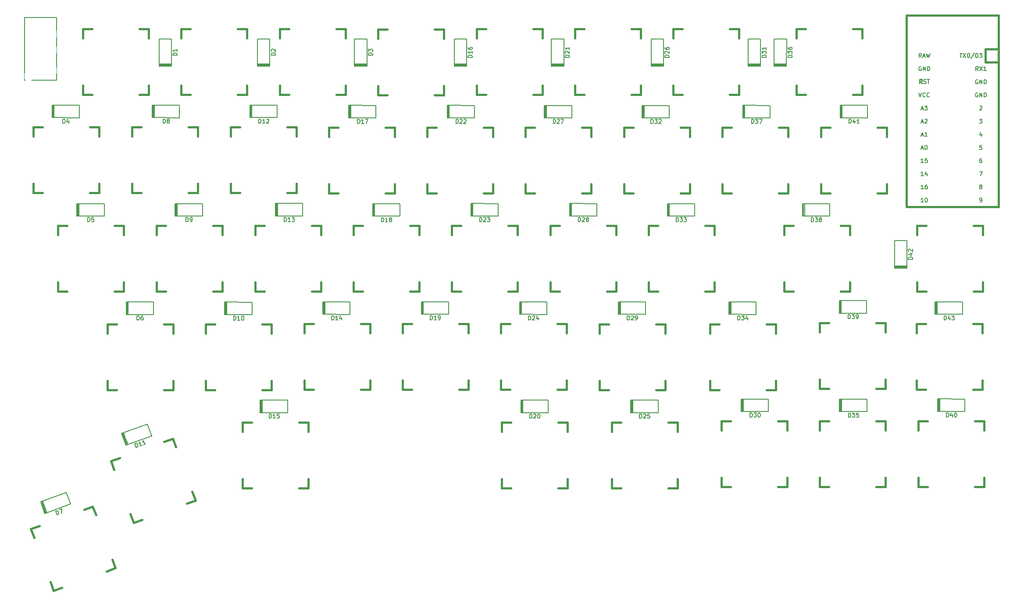
<source format=gto>
G04 #@! TF.GenerationSoftware,KiCad,Pcbnew,(6.0.10-0)*
G04 #@! TF.CreationDate,2022-12-25T19:45:21-08:00*
G04 #@! TF.ProjectId,right,72696768-742e-46b6-9963-61645f706362,rev?*
G04 #@! TF.SameCoordinates,Original*
G04 #@! TF.FileFunction,Legend,Top*
G04 #@! TF.FilePolarity,Positive*
%FSLAX46Y46*%
G04 Gerber Fmt 4.6, Leading zero omitted, Abs format (unit mm)*
G04 Created by KiCad (PCBNEW (6.0.10-0)) date 2022-12-25 19:45:21*
%MOMM*%
%LPD*%
G01*
G04 APERTURE LIST*
G04 Aperture macros list*
%AMHorizOval*
0 Thick line with rounded ends*
0 $1 width*
0 $2 $3 position (X,Y) of the first rounded end (center of the circle)*
0 $4 $5 position (X,Y) of the second rounded end (center of the circle)*
0 Add line between two ends*
20,1,$1,$2,$3,$4,$5,0*
0 Add two circle primitives to create the rounded ends*
1,1,$1,$2,$3*
1,1,$1,$4,$5*%
%AMRotRect*
0 Rectangle, with rotation*
0 The origin of the aperture is its center*
0 $1 length*
0 $2 width*
0 $3 Rotation angle, in degrees counterclockwise*
0 Add horizontal line*
21,1,$1,$2,0,0,$3*%
G04 Aperture macros list end*
%ADD10C,0.150000*%
%ADD11C,0.200000*%
%ADD12C,0.381000*%
%ADD13R,1.600000X1.600000*%
%ADD14C,1.600000*%
%ADD15RotRect,1.600000X1.600000X20.000000*%
%ADD16HorizOval,2.500000X-0.604462X-0.948815X0.604462X0.948815X0*%
%ADD17HorizOval,2.500000X-0.019724X-0.289328X0.019724X0.289328X0*%
%ADD18HorizOval,2.500000X-1.098333X0.243495X1.098333X-0.243495X0*%
%ADD19HorizOval,2.500000X0.278626X0.080421X-0.278626X-0.080421X0*%
%ADD20R,1.752600X1.752600*%
%ADD21C,1.752600*%
%ADD22R,1.200000X1.200000*%
%ADD23RotRect,1.200000X1.200000X20.000000*%
%ADD24C,0.800000*%
%ADD25O,1.600000X2.000000*%
G04 APERTURE END LIST*
D10*
X57036904Y-33090476D02*
X56236904Y-33090476D01*
X56236904Y-32900000D01*
X56275000Y-32785714D01*
X56351190Y-32709523D01*
X56427380Y-32671428D01*
X56579761Y-32633333D01*
X56694047Y-32633333D01*
X56846428Y-32671428D01*
X56922619Y-32709523D01*
X56998809Y-32785714D01*
X57036904Y-32900000D01*
X57036904Y-33090476D01*
X57036904Y-31871428D02*
X57036904Y-32328571D01*
X57036904Y-32100000D02*
X56236904Y-32100000D01*
X56351190Y-32176190D01*
X56427380Y-32252380D01*
X56465476Y-32328571D01*
X76036904Y-33090476D02*
X75236904Y-33090476D01*
X75236904Y-32900000D01*
X75275000Y-32785714D01*
X75351190Y-32709523D01*
X75427380Y-32671428D01*
X75579761Y-32633333D01*
X75694047Y-32633333D01*
X75846428Y-32671428D01*
X75922619Y-32709523D01*
X75998809Y-32785714D01*
X76036904Y-32900000D01*
X76036904Y-33090476D01*
X75313095Y-32328571D02*
X75275000Y-32290476D01*
X75236904Y-32214285D01*
X75236904Y-32023809D01*
X75275000Y-31947619D01*
X75313095Y-31909523D01*
X75389285Y-31871428D01*
X75465476Y-31871428D01*
X75579761Y-31909523D01*
X76036904Y-32366666D01*
X76036904Y-31871428D01*
X94786904Y-33090476D02*
X93986904Y-33090476D01*
X93986904Y-32900000D01*
X94025000Y-32785714D01*
X94101190Y-32709523D01*
X94177380Y-32671428D01*
X94329761Y-32633333D01*
X94444047Y-32633333D01*
X94596428Y-32671428D01*
X94672619Y-32709523D01*
X94748809Y-32785714D01*
X94786904Y-32900000D01*
X94786904Y-33090476D01*
X93986904Y-32366666D02*
X93986904Y-31871428D01*
X94291666Y-32138095D01*
X94291666Y-32023809D01*
X94329761Y-31947619D01*
X94367857Y-31909523D01*
X94444047Y-31871428D01*
X94634523Y-31871428D01*
X94710714Y-31909523D01*
X94748809Y-31947619D01*
X94786904Y-32023809D01*
X94786904Y-32252380D01*
X94748809Y-32328571D01*
X94710714Y-32366666D01*
X34989523Y-46196904D02*
X34989523Y-45396904D01*
X35180000Y-45396904D01*
X35294285Y-45435000D01*
X35370476Y-45511190D01*
X35408571Y-45587380D01*
X35446666Y-45739761D01*
X35446666Y-45854047D01*
X35408571Y-46006428D01*
X35370476Y-46082619D01*
X35294285Y-46158809D01*
X35180000Y-46196904D01*
X34989523Y-46196904D01*
X36132380Y-45663571D02*
X36132380Y-46196904D01*
X35941904Y-45358809D02*
X35751428Y-45930238D01*
X36246666Y-45930238D01*
X39789523Y-65216904D02*
X39789523Y-64416904D01*
X39980000Y-64416904D01*
X40094285Y-64455000D01*
X40170476Y-64531190D01*
X40208571Y-64607380D01*
X40246666Y-64759761D01*
X40246666Y-64874047D01*
X40208571Y-65026428D01*
X40170476Y-65102619D01*
X40094285Y-65178809D01*
X39980000Y-65216904D01*
X39789523Y-65216904D01*
X40970476Y-64416904D02*
X40589523Y-64416904D01*
X40551428Y-64797857D01*
X40589523Y-64759761D01*
X40665714Y-64721666D01*
X40856190Y-64721666D01*
X40932380Y-64759761D01*
X40970476Y-64797857D01*
X41008571Y-64874047D01*
X41008571Y-65064523D01*
X40970476Y-65140714D01*
X40932380Y-65178809D01*
X40856190Y-65216904D01*
X40665714Y-65216904D01*
X40589523Y-65178809D01*
X40551428Y-65140714D01*
X49289523Y-84226904D02*
X49289523Y-83426904D01*
X49480000Y-83426904D01*
X49594285Y-83465000D01*
X49670476Y-83541190D01*
X49708571Y-83617380D01*
X49746666Y-83769761D01*
X49746666Y-83884047D01*
X49708571Y-84036428D01*
X49670476Y-84112619D01*
X49594285Y-84188809D01*
X49480000Y-84226904D01*
X49289523Y-84226904D01*
X50432380Y-83426904D02*
X50280000Y-83426904D01*
X50203809Y-83465000D01*
X50165714Y-83503095D01*
X50089523Y-83617380D01*
X50051428Y-83769761D01*
X50051428Y-84074523D01*
X50089523Y-84150714D01*
X50127619Y-84188809D01*
X50203809Y-84226904D01*
X50356190Y-84226904D01*
X50432380Y-84188809D01*
X50470476Y-84150714D01*
X50508571Y-84074523D01*
X50508571Y-83884047D01*
X50470476Y-83807857D01*
X50432380Y-83769761D01*
X50356190Y-83731666D01*
X50203809Y-83731666D01*
X50127619Y-83769761D01*
X50089523Y-83807857D01*
X50051428Y-83884047D01*
X33847301Y-121890941D02*
X33573685Y-121139187D01*
X33752674Y-121074041D01*
X33873097Y-121070750D01*
X33970751Y-121116287D01*
X34032608Y-121174854D01*
X34120523Y-121305016D01*
X34159611Y-121412409D01*
X34175930Y-121568630D01*
X34166191Y-121653255D01*
X34120654Y-121750909D01*
X34026290Y-121825795D01*
X33847301Y-121890941D01*
X34253843Y-120891630D02*
X34755013Y-120709219D01*
X34706449Y-121578237D01*
X54329523Y-46196904D02*
X54329523Y-45396904D01*
X54520000Y-45396904D01*
X54634285Y-45435000D01*
X54710476Y-45511190D01*
X54748571Y-45587380D01*
X54786666Y-45739761D01*
X54786666Y-45854047D01*
X54748571Y-46006428D01*
X54710476Y-46082619D01*
X54634285Y-46158809D01*
X54520000Y-46196904D01*
X54329523Y-46196904D01*
X55243809Y-45739761D02*
X55167619Y-45701666D01*
X55129523Y-45663571D01*
X55091428Y-45587380D01*
X55091428Y-45549285D01*
X55129523Y-45473095D01*
X55167619Y-45435000D01*
X55243809Y-45396904D01*
X55396190Y-45396904D01*
X55472380Y-45435000D01*
X55510476Y-45473095D01*
X55548571Y-45549285D01*
X55548571Y-45587380D01*
X55510476Y-45663571D01*
X55472380Y-45701666D01*
X55396190Y-45739761D01*
X55243809Y-45739761D01*
X55167619Y-45777857D01*
X55129523Y-45815952D01*
X55091428Y-45892142D01*
X55091428Y-46044523D01*
X55129523Y-46120714D01*
X55167619Y-46158809D01*
X55243809Y-46196904D01*
X55396190Y-46196904D01*
X55472380Y-46158809D01*
X55510476Y-46120714D01*
X55548571Y-46044523D01*
X55548571Y-45892142D01*
X55510476Y-45815952D01*
X55472380Y-45777857D01*
X55396190Y-45739761D01*
X58759523Y-65216904D02*
X58759523Y-64416904D01*
X58950000Y-64416904D01*
X59064285Y-64455000D01*
X59140476Y-64531190D01*
X59178571Y-64607380D01*
X59216666Y-64759761D01*
X59216666Y-64874047D01*
X59178571Y-65026428D01*
X59140476Y-65102619D01*
X59064285Y-65178809D01*
X58950000Y-65216904D01*
X58759523Y-65216904D01*
X59597619Y-65216904D02*
X59750000Y-65216904D01*
X59826190Y-65178809D01*
X59864285Y-65140714D01*
X59940476Y-65026428D01*
X59978571Y-64874047D01*
X59978571Y-64569285D01*
X59940476Y-64493095D01*
X59902380Y-64455000D01*
X59826190Y-64416904D01*
X59673809Y-64416904D01*
X59597619Y-64455000D01*
X59559523Y-64493095D01*
X59521428Y-64569285D01*
X59521428Y-64759761D01*
X59559523Y-64835952D01*
X59597619Y-64874047D01*
X59673809Y-64912142D01*
X59826190Y-64912142D01*
X59902380Y-64874047D01*
X59940476Y-64835952D01*
X59978571Y-64759761D01*
X67948571Y-84246904D02*
X67948571Y-83446904D01*
X68139047Y-83446904D01*
X68253333Y-83485000D01*
X68329523Y-83561190D01*
X68367619Y-83637380D01*
X68405714Y-83789761D01*
X68405714Y-83904047D01*
X68367619Y-84056428D01*
X68329523Y-84132619D01*
X68253333Y-84208809D01*
X68139047Y-84246904D01*
X67948571Y-84246904D01*
X69167619Y-84246904D02*
X68710476Y-84246904D01*
X68939047Y-84246904D02*
X68939047Y-83446904D01*
X68862857Y-83561190D01*
X68786666Y-83637380D01*
X68710476Y-83675476D01*
X69662857Y-83446904D02*
X69739047Y-83446904D01*
X69815238Y-83485000D01*
X69853333Y-83523095D01*
X69891428Y-83599285D01*
X69929523Y-83751666D01*
X69929523Y-83942142D01*
X69891428Y-84094523D01*
X69853333Y-84170714D01*
X69815238Y-84208809D01*
X69739047Y-84246904D01*
X69662857Y-84246904D01*
X69586666Y-84208809D01*
X69548571Y-84170714D01*
X69510476Y-84094523D01*
X69472380Y-83942142D01*
X69472380Y-83751666D01*
X69510476Y-83599285D01*
X69548571Y-83523095D01*
X69586666Y-83485000D01*
X69662857Y-83446904D01*
X49139323Y-108851235D02*
X48865707Y-108099481D01*
X49044696Y-108034334D01*
X49165119Y-108031044D01*
X49262773Y-108076581D01*
X49324629Y-108135147D01*
X49412545Y-108265309D01*
X49451633Y-108372702D01*
X49467952Y-108528923D01*
X49458213Y-108613548D01*
X49412676Y-108711202D01*
X49318312Y-108786088D01*
X49139323Y-108851235D01*
X50284853Y-108434296D02*
X49855279Y-108590648D01*
X50070066Y-108512472D02*
X49796450Y-107760718D01*
X49763942Y-107894170D01*
X49718405Y-107991824D01*
X49659839Y-108053681D01*
X51000809Y-108173709D02*
X50571236Y-108330061D01*
X50786022Y-108251885D02*
X50512406Y-107500131D01*
X50479899Y-107633583D01*
X50434362Y-107731238D01*
X50375795Y-107793094D01*
X72798571Y-46176904D02*
X72798571Y-45376904D01*
X72989047Y-45376904D01*
X73103333Y-45415000D01*
X73179523Y-45491190D01*
X73217619Y-45567380D01*
X73255714Y-45719761D01*
X73255714Y-45834047D01*
X73217619Y-45986428D01*
X73179523Y-46062619D01*
X73103333Y-46138809D01*
X72989047Y-46176904D01*
X72798571Y-46176904D01*
X74017619Y-46176904D02*
X73560476Y-46176904D01*
X73789047Y-46176904D02*
X73789047Y-45376904D01*
X73712857Y-45491190D01*
X73636666Y-45567380D01*
X73560476Y-45605476D01*
X74322380Y-45453095D02*
X74360476Y-45415000D01*
X74436666Y-45376904D01*
X74627142Y-45376904D01*
X74703333Y-45415000D01*
X74741428Y-45453095D01*
X74779523Y-45529285D01*
X74779523Y-45605476D01*
X74741428Y-45719761D01*
X74284285Y-46176904D01*
X74779523Y-46176904D01*
X77728571Y-65186904D02*
X77728571Y-64386904D01*
X77919047Y-64386904D01*
X78033333Y-64425000D01*
X78109523Y-64501190D01*
X78147619Y-64577380D01*
X78185714Y-64729761D01*
X78185714Y-64844047D01*
X78147619Y-64996428D01*
X78109523Y-65072619D01*
X78033333Y-65148809D01*
X77919047Y-65186904D01*
X77728571Y-65186904D01*
X78947619Y-65186904D02*
X78490476Y-65186904D01*
X78719047Y-65186904D02*
X78719047Y-64386904D01*
X78642857Y-64501190D01*
X78566666Y-64577380D01*
X78490476Y-64615476D01*
X79214285Y-64386904D02*
X79709523Y-64386904D01*
X79442857Y-64691666D01*
X79557142Y-64691666D01*
X79633333Y-64729761D01*
X79671428Y-64767857D01*
X79709523Y-64844047D01*
X79709523Y-65034523D01*
X79671428Y-65110714D01*
X79633333Y-65148809D01*
X79557142Y-65186904D01*
X79328571Y-65186904D01*
X79252380Y-65148809D01*
X79214285Y-65110714D01*
X86878571Y-84216904D02*
X86878571Y-83416904D01*
X87069047Y-83416904D01*
X87183333Y-83455000D01*
X87259523Y-83531190D01*
X87297619Y-83607380D01*
X87335714Y-83759761D01*
X87335714Y-83874047D01*
X87297619Y-84026428D01*
X87259523Y-84102619D01*
X87183333Y-84178809D01*
X87069047Y-84216904D01*
X86878571Y-84216904D01*
X88097619Y-84216904D02*
X87640476Y-84216904D01*
X87869047Y-84216904D02*
X87869047Y-83416904D01*
X87792857Y-83531190D01*
X87716666Y-83607380D01*
X87640476Y-83645476D01*
X88783333Y-83683571D02*
X88783333Y-84216904D01*
X88592857Y-83378809D02*
X88402380Y-83950238D01*
X88897619Y-83950238D01*
X74813571Y-103186904D02*
X74813571Y-102386904D01*
X75004047Y-102386904D01*
X75118333Y-102425000D01*
X75194523Y-102501190D01*
X75232619Y-102577380D01*
X75270714Y-102729761D01*
X75270714Y-102844047D01*
X75232619Y-102996428D01*
X75194523Y-103072619D01*
X75118333Y-103148809D01*
X75004047Y-103186904D01*
X74813571Y-103186904D01*
X76032619Y-103186904D02*
X75575476Y-103186904D01*
X75804047Y-103186904D02*
X75804047Y-102386904D01*
X75727857Y-102501190D01*
X75651666Y-102577380D01*
X75575476Y-102615476D01*
X76756428Y-102386904D02*
X76375476Y-102386904D01*
X76337380Y-102767857D01*
X76375476Y-102729761D01*
X76451666Y-102691666D01*
X76642142Y-102691666D01*
X76718333Y-102729761D01*
X76756428Y-102767857D01*
X76794523Y-102844047D01*
X76794523Y-103034523D01*
X76756428Y-103110714D01*
X76718333Y-103148809D01*
X76642142Y-103186904D01*
X76451666Y-103186904D01*
X76375476Y-103148809D01*
X76337380Y-103110714D01*
X114036904Y-33471428D02*
X113236904Y-33471428D01*
X113236904Y-33280952D01*
X113275000Y-33166666D01*
X113351190Y-33090476D01*
X113427380Y-33052380D01*
X113579761Y-33014285D01*
X113694047Y-33014285D01*
X113846428Y-33052380D01*
X113922619Y-33090476D01*
X113998809Y-33166666D01*
X114036904Y-33280952D01*
X114036904Y-33471428D01*
X114036904Y-32252380D02*
X114036904Y-32709523D01*
X114036904Y-32480952D02*
X113236904Y-32480952D01*
X113351190Y-32557142D01*
X113427380Y-32633333D01*
X113465476Y-32709523D01*
X113236904Y-31566666D02*
X113236904Y-31719047D01*
X113275000Y-31795238D01*
X113313095Y-31833333D01*
X113427380Y-31909523D01*
X113579761Y-31947619D01*
X113884523Y-31947619D01*
X113960714Y-31909523D01*
X113998809Y-31871428D01*
X114036904Y-31795238D01*
X114036904Y-31642857D01*
X113998809Y-31566666D01*
X113960714Y-31528571D01*
X113884523Y-31490476D01*
X113694047Y-31490476D01*
X113617857Y-31528571D01*
X113579761Y-31566666D01*
X113541666Y-31642857D01*
X113541666Y-31795238D01*
X113579761Y-31871428D01*
X113617857Y-31909523D01*
X113694047Y-31947619D01*
X91878571Y-46226904D02*
X91878571Y-45426904D01*
X92069047Y-45426904D01*
X92183333Y-45465000D01*
X92259523Y-45541190D01*
X92297619Y-45617380D01*
X92335714Y-45769761D01*
X92335714Y-45884047D01*
X92297619Y-46036428D01*
X92259523Y-46112619D01*
X92183333Y-46188809D01*
X92069047Y-46226904D01*
X91878571Y-46226904D01*
X93097619Y-46226904D02*
X92640476Y-46226904D01*
X92869047Y-46226904D02*
X92869047Y-45426904D01*
X92792857Y-45541190D01*
X92716666Y-45617380D01*
X92640476Y-45655476D01*
X93364285Y-45426904D02*
X93897619Y-45426904D01*
X93554761Y-46226904D01*
X96498571Y-65226904D02*
X96498571Y-64426904D01*
X96689047Y-64426904D01*
X96803333Y-64465000D01*
X96879523Y-64541190D01*
X96917619Y-64617380D01*
X96955714Y-64769761D01*
X96955714Y-64884047D01*
X96917619Y-65036428D01*
X96879523Y-65112619D01*
X96803333Y-65188809D01*
X96689047Y-65226904D01*
X96498571Y-65226904D01*
X97717619Y-65226904D02*
X97260476Y-65226904D01*
X97489047Y-65226904D02*
X97489047Y-64426904D01*
X97412857Y-64541190D01*
X97336666Y-64617380D01*
X97260476Y-64655476D01*
X98174761Y-64769761D02*
X98098571Y-64731666D01*
X98060476Y-64693571D01*
X98022380Y-64617380D01*
X98022380Y-64579285D01*
X98060476Y-64503095D01*
X98098571Y-64465000D01*
X98174761Y-64426904D01*
X98327142Y-64426904D01*
X98403333Y-64465000D01*
X98441428Y-64503095D01*
X98479523Y-64579285D01*
X98479523Y-64617380D01*
X98441428Y-64693571D01*
X98403333Y-64731666D01*
X98327142Y-64769761D01*
X98174761Y-64769761D01*
X98098571Y-64807857D01*
X98060476Y-64845952D01*
X98022380Y-64922142D01*
X98022380Y-65074523D01*
X98060476Y-65150714D01*
X98098571Y-65188809D01*
X98174761Y-65226904D01*
X98327142Y-65226904D01*
X98403333Y-65188809D01*
X98441428Y-65150714D01*
X98479523Y-65074523D01*
X98479523Y-64922142D01*
X98441428Y-64845952D01*
X98403333Y-64807857D01*
X98327142Y-64769761D01*
X105908571Y-84166904D02*
X105908571Y-83366904D01*
X106099047Y-83366904D01*
X106213333Y-83405000D01*
X106289523Y-83481190D01*
X106327619Y-83557380D01*
X106365714Y-83709761D01*
X106365714Y-83824047D01*
X106327619Y-83976428D01*
X106289523Y-84052619D01*
X106213333Y-84128809D01*
X106099047Y-84166904D01*
X105908571Y-84166904D01*
X107127619Y-84166904D02*
X106670476Y-84166904D01*
X106899047Y-84166904D02*
X106899047Y-83366904D01*
X106822857Y-83481190D01*
X106746666Y-83557380D01*
X106670476Y-83595476D01*
X107508571Y-84166904D02*
X107660952Y-84166904D01*
X107737142Y-84128809D01*
X107775238Y-84090714D01*
X107851428Y-83976428D01*
X107889523Y-83824047D01*
X107889523Y-83519285D01*
X107851428Y-83443095D01*
X107813333Y-83405000D01*
X107737142Y-83366904D01*
X107584761Y-83366904D01*
X107508571Y-83405000D01*
X107470476Y-83443095D01*
X107432380Y-83519285D01*
X107432380Y-83709761D01*
X107470476Y-83785952D01*
X107508571Y-83824047D01*
X107584761Y-83862142D01*
X107737142Y-83862142D01*
X107813333Y-83824047D01*
X107851428Y-83785952D01*
X107889523Y-83709761D01*
X125128571Y-103196904D02*
X125128571Y-102396904D01*
X125319047Y-102396904D01*
X125433333Y-102435000D01*
X125509523Y-102511190D01*
X125547619Y-102587380D01*
X125585714Y-102739761D01*
X125585714Y-102854047D01*
X125547619Y-103006428D01*
X125509523Y-103082619D01*
X125433333Y-103158809D01*
X125319047Y-103196904D01*
X125128571Y-103196904D01*
X125890476Y-102473095D02*
X125928571Y-102435000D01*
X126004761Y-102396904D01*
X126195238Y-102396904D01*
X126271428Y-102435000D01*
X126309523Y-102473095D01*
X126347619Y-102549285D01*
X126347619Y-102625476D01*
X126309523Y-102739761D01*
X125852380Y-103196904D01*
X126347619Y-103196904D01*
X126842857Y-102396904D02*
X126919047Y-102396904D01*
X126995238Y-102435000D01*
X127033333Y-102473095D01*
X127071428Y-102549285D01*
X127109523Y-102701666D01*
X127109523Y-102892142D01*
X127071428Y-103044523D01*
X127033333Y-103120714D01*
X126995238Y-103158809D01*
X126919047Y-103196904D01*
X126842857Y-103196904D01*
X126766666Y-103158809D01*
X126728571Y-103120714D01*
X126690476Y-103044523D01*
X126652380Y-102892142D01*
X126652380Y-102701666D01*
X126690476Y-102549285D01*
X126728571Y-102473095D01*
X126766666Y-102435000D01*
X126842857Y-102396904D01*
X132786904Y-33471428D02*
X131986904Y-33471428D01*
X131986904Y-33280952D01*
X132025000Y-33166666D01*
X132101190Y-33090476D01*
X132177380Y-33052380D01*
X132329761Y-33014285D01*
X132444047Y-33014285D01*
X132596428Y-33052380D01*
X132672619Y-33090476D01*
X132748809Y-33166666D01*
X132786904Y-33280952D01*
X132786904Y-33471428D01*
X132063095Y-32709523D02*
X132025000Y-32671428D01*
X131986904Y-32595238D01*
X131986904Y-32404761D01*
X132025000Y-32328571D01*
X132063095Y-32290476D01*
X132139285Y-32252380D01*
X132215476Y-32252380D01*
X132329761Y-32290476D01*
X132786904Y-32747619D01*
X132786904Y-32252380D01*
X132786904Y-31490476D02*
X132786904Y-31947619D01*
X132786904Y-31719047D02*
X131986904Y-31719047D01*
X132101190Y-31795238D01*
X132177380Y-31871428D01*
X132215476Y-31947619D01*
X110888571Y-46226904D02*
X110888571Y-45426904D01*
X111079047Y-45426904D01*
X111193333Y-45465000D01*
X111269523Y-45541190D01*
X111307619Y-45617380D01*
X111345714Y-45769761D01*
X111345714Y-45884047D01*
X111307619Y-46036428D01*
X111269523Y-46112619D01*
X111193333Y-46188809D01*
X111079047Y-46226904D01*
X110888571Y-46226904D01*
X111650476Y-45503095D02*
X111688571Y-45465000D01*
X111764761Y-45426904D01*
X111955238Y-45426904D01*
X112031428Y-45465000D01*
X112069523Y-45503095D01*
X112107619Y-45579285D01*
X112107619Y-45655476D01*
X112069523Y-45769761D01*
X111612380Y-46226904D01*
X112107619Y-46226904D01*
X112412380Y-45503095D02*
X112450476Y-45465000D01*
X112526666Y-45426904D01*
X112717142Y-45426904D01*
X112793333Y-45465000D01*
X112831428Y-45503095D01*
X112869523Y-45579285D01*
X112869523Y-45655476D01*
X112831428Y-45769761D01*
X112374285Y-46226904D01*
X112869523Y-46226904D01*
X115458571Y-65196904D02*
X115458571Y-64396904D01*
X115649047Y-64396904D01*
X115763333Y-64435000D01*
X115839523Y-64511190D01*
X115877619Y-64587380D01*
X115915714Y-64739761D01*
X115915714Y-64854047D01*
X115877619Y-65006428D01*
X115839523Y-65082619D01*
X115763333Y-65158809D01*
X115649047Y-65196904D01*
X115458571Y-65196904D01*
X116220476Y-64473095D02*
X116258571Y-64435000D01*
X116334761Y-64396904D01*
X116525238Y-64396904D01*
X116601428Y-64435000D01*
X116639523Y-64473095D01*
X116677619Y-64549285D01*
X116677619Y-64625476D01*
X116639523Y-64739761D01*
X116182380Y-65196904D01*
X116677619Y-65196904D01*
X116944285Y-64396904D02*
X117439523Y-64396904D01*
X117172857Y-64701666D01*
X117287142Y-64701666D01*
X117363333Y-64739761D01*
X117401428Y-64777857D01*
X117439523Y-64854047D01*
X117439523Y-65044523D01*
X117401428Y-65120714D01*
X117363333Y-65158809D01*
X117287142Y-65196904D01*
X117058571Y-65196904D01*
X116982380Y-65158809D01*
X116944285Y-65120714D01*
X124868571Y-84216904D02*
X124868571Y-83416904D01*
X125059047Y-83416904D01*
X125173333Y-83455000D01*
X125249523Y-83531190D01*
X125287619Y-83607380D01*
X125325714Y-83759761D01*
X125325714Y-83874047D01*
X125287619Y-84026428D01*
X125249523Y-84102619D01*
X125173333Y-84178809D01*
X125059047Y-84216904D01*
X124868571Y-84216904D01*
X125630476Y-83493095D02*
X125668571Y-83455000D01*
X125744761Y-83416904D01*
X125935238Y-83416904D01*
X126011428Y-83455000D01*
X126049523Y-83493095D01*
X126087619Y-83569285D01*
X126087619Y-83645476D01*
X126049523Y-83759761D01*
X125592380Y-84216904D01*
X126087619Y-84216904D01*
X126773333Y-83683571D02*
X126773333Y-84216904D01*
X126582857Y-83378809D02*
X126392380Y-83950238D01*
X126887619Y-83950238D01*
X146338571Y-103186904D02*
X146338571Y-102386904D01*
X146529047Y-102386904D01*
X146643333Y-102425000D01*
X146719523Y-102501190D01*
X146757619Y-102577380D01*
X146795714Y-102729761D01*
X146795714Y-102844047D01*
X146757619Y-102996428D01*
X146719523Y-103072619D01*
X146643333Y-103148809D01*
X146529047Y-103186904D01*
X146338571Y-103186904D01*
X147100476Y-102463095D02*
X147138571Y-102425000D01*
X147214761Y-102386904D01*
X147405238Y-102386904D01*
X147481428Y-102425000D01*
X147519523Y-102463095D01*
X147557619Y-102539285D01*
X147557619Y-102615476D01*
X147519523Y-102729761D01*
X147062380Y-103186904D01*
X147557619Y-103186904D01*
X148281428Y-102386904D02*
X147900476Y-102386904D01*
X147862380Y-102767857D01*
X147900476Y-102729761D01*
X147976666Y-102691666D01*
X148167142Y-102691666D01*
X148243333Y-102729761D01*
X148281428Y-102767857D01*
X148319523Y-102844047D01*
X148319523Y-103034523D01*
X148281428Y-103110714D01*
X148243333Y-103148809D01*
X148167142Y-103186904D01*
X147976666Y-103186904D01*
X147900476Y-103148809D01*
X147862380Y-103110714D01*
X152036904Y-33471428D02*
X151236904Y-33471428D01*
X151236904Y-33280952D01*
X151275000Y-33166666D01*
X151351190Y-33090476D01*
X151427380Y-33052380D01*
X151579761Y-33014285D01*
X151694047Y-33014285D01*
X151846428Y-33052380D01*
X151922619Y-33090476D01*
X151998809Y-33166666D01*
X152036904Y-33280952D01*
X152036904Y-33471428D01*
X151313095Y-32709523D02*
X151275000Y-32671428D01*
X151236904Y-32595238D01*
X151236904Y-32404761D01*
X151275000Y-32328571D01*
X151313095Y-32290476D01*
X151389285Y-32252380D01*
X151465476Y-32252380D01*
X151579761Y-32290476D01*
X152036904Y-32747619D01*
X152036904Y-32252380D01*
X151236904Y-31566666D02*
X151236904Y-31719047D01*
X151275000Y-31795238D01*
X151313095Y-31833333D01*
X151427380Y-31909523D01*
X151579761Y-31947619D01*
X151884523Y-31947619D01*
X151960714Y-31909523D01*
X151998809Y-31871428D01*
X152036904Y-31795238D01*
X152036904Y-31642857D01*
X151998809Y-31566666D01*
X151960714Y-31528571D01*
X151884523Y-31490476D01*
X151694047Y-31490476D01*
X151617857Y-31528571D01*
X151579761Y-31566666D01*
X151541666Y-31642857D01*
X151541666Y-31795238D01*
X151579761Y-31871428D01*
X151617857Y-31909523D01*
X151694047Y-31947619D01*
X129668571Y-46236904D02*
X129668571Y-45436904D01*
X129859047Y-45436904D01*
X129973333Y-45475000D01*
X130049523Y-45551190D01*
X130087619Y-45627380D01*
X130125714Y-45779761D01*
X130125714Y-45894047D01*
X130087619Y-46046428D01*
X130049523Y-46122619D01*
X129973333Y-46198809D01*
X129859047Y-46236904D01*
X129668571Y-46236904D01*
X130430476Y-45513095D02*
X130468571Y-45475000D01*
X130544761Y-45436904D01*
X130735238Y-45436904D01*
X130811428Y-45475000D01*
X130849523Y-45513095D01*
X130887619Y-45589285D01*
X130887619Y-45665476D01*
X130849523Y-45779761D01*
X130392380Y-46236904D01*
X130887619Y-46236904D01*
X131154285Y-45436904D02*
X131687619Y-45436904D01*
X131344761Y-46236904D01*
X134508571Y-65196904D02*
X134508571Y-64396904D01*
X134699047Y-64396904D01*
X134813333Y-64435000D01*
X134889523Y-64511190D01*
X134927619Y-64587380D01*
X134965714Y-64739761D01*
X134965714Y-64854047D01*
X134927619Y-65006428D01*
X134889523Y-65082619D01*
X134813333Y-65158809D01*
X134699047Y-65196904D01*
X134508571Y-65196904D01*
X135270476Y-64473095D02*
X135308571Y-64435000D01*
X135384761Y-64396904D01*
X135575238Y-64396904D01*
X135651428Y-64435000D01*
X135689523Y-64473095D01*
X135727619Y-64549285D01*
X135727619Y-64625476D01*
X135689523Y-64739761D01*
X135232380Y-65196904D01*
X135727619Y-65196904D01*
X136184761Y-64739761D02*
X136108571Y-64701666D01*
X136070476Y-64663571D01*
X136032380Y-64587380D01*
X136032380Y-64549285D01*
X136070476Y-64473095D01*
X136108571Y-64435000D01*
X136184761Y-64396904D01*
X136337142Y-64396904D01*
X136413333Y-64435000D01*
X136451428Y-64473095D01*
X136489523Y-64549285D01*
X136489523Y-64587380D01*
X136451428Y-64663571D01*
X136413333Y-64701666D01*
X136337142Y-64739761D01*
X136184761Y-64739761D01*
X136108571Y-64777857D01*
X136070476Y-64815952D01*
X136032380Y-64892142D01*
X136032380Y-65044523D01*
X136070476Y-65120714D01*
X136108571Y-65158809D01*
X136184761Y-65196904D01*
X136337142Y-65196904D01*
X136413333Y-65158809D01*
X136451428Y-65120714D01*
X136489523Y-65044523D01*
X136489523Y-64892142D01*
X136451428Y-64815952D01*
X136413333Y-64777857D01*
X136337142Y-64739761D01*
X143948571Y-84196904D02*
X143948571Y-83396904D01*
X144139047Y-83396904D01*
X144253333Y-83435000D01*
X144329523Y-83511190D01*
X144367619Y-83587380D01*
X144405714Y-83739761D01*
X144405714Y-83854047D01*
X144367619Y-84006428D01*
X144329523Y-84082619D01*
X144253333Y-84158809D01*
X144139047Y-84196904D01*
X143948571Y-84196904D01*
X144710476Y-83473095D02*
X144748571Y-83435000D01*
X144824761Y-83396904D01*
X145015238Y-83396904D01*
X145091428Y-83435000D01*
X145129523Y-83473095D01*
X145167619Y-83549285D01*
X145167619Y-83625476D01*
X145129523Y-83739761D01*
X144672380Y-84196904D01*
X145167619Y-84196904D01*
X145548571Y-84196904D02*
X145700952Y-84196904D01*
X145777142Y-84158809D01*
X145815238Y-84120714D01*
X145891428Y-84006428D01*
X145929523Y-83854047D01*
X145929523Y-83549285D01*
X145891428Y-83473095D01*
X145853333Y-83435000D01*
X145777142Y-83396904D01*
X145624761Y-83396904D01*
X145548571Y-83435000D01*
X145510476Y-83473095D01*
X145472380Y-83549285D01*
X145472380Y-83739761D01*
X145510476Y-83815952D01*
X145548571Y-83854047D01*
X145624761Y-83892142D01*
X145777142Y-83892142D01*
X145853333Y-83854047D01*
X145891428Y-83815952D01*
X145929523Y-83739761D01*
X167658571Y-102976904D02*
X167658571Y-102176904D01*
X167849047Y-102176904D01*
X167963333Y-102215000D01*
X168039523Y-102291190D01*
X168077619Y-102367380D01*
X168115714Y-102519761D01*
X168115714Y-102634047D01*
X168077619Y-102786428D01*
X168039523Y-102862619D01*
X167963333Y-102938809D01*
X167849047Y-102976904D01*
X167658571Y-102976904D01*
X168382380Y-102176904D02*
X168877619Y-102176904D01*
X168610952Y-102481666D01*
X168725238Y-102481666D01*
X168801428Y-102519761D01*
X168839523Y-102557857D01*
X168877619Y-102634047D01*
X168877619Y-102824523D01*
X168839523Y-102900714D01*
X168801428Y-102938809D01*
X168725238Y-102976904D01*
X168496666Y-102976904D01*
X168420476Y-102938809D01*
X168382380Y-102900714D01*
X169372857Y-102176904D02*
X169449047Y-102176904D01*
X169525238Y-102215000D01*
X169563333Y-102253095D01*
X169601428Y-102329285D01*
X169639523Y-102481666D01*
X169639523Y-102672142D01*
X169601428Y-102824523D01*
X169563333Y-102900714D01*
X169525238Y-102938809D01*
X169449047Y-102976904D01*
X169372857Y-102976904D01*
X169296666Y-102938809D01*
X169258571Y-102900714D01*
X169220476Y-102824523D01*
X169182380Y-102672142D01*
X169182380Y-102481666D01*
X169220476Y-102329285D01*
X169258571Y-102253095D01*
X169296666Y-102215000D01*
X169372857Y-102176904D01*
X170786904Y-33471428D02*
X169986904Y-33471428D01*
X169986904Y-33280952D01*
X170025000Y-33166666D01*
X170101190Y-33090476D01*
X170177380Y-33052380D01*
X170329761Y-33014285D01*
X170444047Y-33014285D01*
X170596428Y-33052380D01*
X170672619Y-33090476D01*
X170748809Y-33166666D01*
X170786904Y-33280952D01*
X170786904Y-33471428D01*
X169986904Y-32747619D02*
X169986904Y-32252380D01*
X170291666Y-32519047D01*
X170291666Y-32404761D01*
X170329761Y-32328571D01*
X170367857Y-32290476D01*
X170444047Y-32252380D01*
X170634523Y-32252380D01*
X170710714Y-32290476D01*
X170748809Y-32328571D01*
X170786904Y-32404761D01*
X170786904Y-32633333D01*
X170748809Y-32709523D01*
X170710714Y-32747619D01*
X170786904Y-31490476D02*
X170786904Y-31947619D01*
X170786904Y-31719047D02*
X169986904Y-31719047D01*
X170101190Y-31795238D01*
X170177380Y-31871428D01*
X170215476Y-31947619D01*
X148528571Y-46256904D02*
X148528571Y-45456904D01*
X148719047Y-45456904D01*
X148833333Y-45495000D01*
X148909523Y-45571190D01*
X148947619Y-45647380D01*
X148985714Y-45799761D01*
X148985714Y-45914047D01*
X148947619Y-46066428D01*
X148909523Y-46142619D01*
X148833333Y-46218809D01*
X148719047Y-46256904D01*
X148528571Y-46256904D01*
X149252380Y-45456904D02*
X149747619Y-45456904D01*
X149480952Y-45761666D01*
X149595238Y-45761666D01*
X149671428Y-45799761D01*
X149709523Y-45837857D01*
X149747619Y-45914047D01*
X149747619Y-46104523D01*
X149709523Y-46180714D01*
X149671428Y-46218809D01*
X149595238Y-46256904D01*
X149366666Y-46256904D01*
X149290476Y-46218809D01*
X149252380Y-46180714D01*
X150052380Y-45533095D02*
X150090476Y-45495000D01*
X150166666Y-45456904D01*
X150357142Y-45456904D01*
X150433333Y-45495000D01*
X150471428Y-45533095D01*
X150509523Y-45609285D01*
X150509523Y-45685476D01*
X150471428Y-45799761D01*
X150014285Y-46256904D01*
X150509523Y-46256904D01*
X153388571Y-65206904D02*
X153388571Y-64406904D01*
X153579047Y-64406904D01*
X153693333Y-64445000D01*
X153769523Y-64521190D01*
X153807619Y-64597380D01*
X153845714Y-64749761D01*
X153845714Y-64864047D01*
X153807619Y-65016428D01*
X153769523Y-65092619D01*
X153693333Y-65168809D01*
X153579047Y-65206904D01*
X153388571Y-65206904D01*
X154112380Y-64406904D02*
X154607619Y-64406904D01*
X154340952Y-64711666D01*
X154455238Y-64711666D01*
X154531428Y-64749761D01*
X154569523Y-64787857D01*
X154607619Y-64864047D01*
X154607619Y-65054523D01*
X154569523Y-65130714D01*
X154531428Y-65168809D01*
X154455238Y-65206904D01*
X154226666Y-65206904D01*
X154150476Y-65168809D01*
X154112380Y-65130714D01*
X154874285Y-64406904D02*
X155369523Y-64406904D01*
X155102857Y-64711666D01*
X155217142Y-64711666D01*
X155293333Y-64749761D01*
X155331428Y-64787857D01*
X155369523Y-64864047D01*
X155369523Y-65054523D01*
X155331428Y-65130714D01*
X155293333Y-65168809D01*
X155217142Y-65206904D01*
X154988571Y-65206904D01*
X154912380Y-65168809D01*
X154874285Y-65130714D01*
X165288571Y-84216904D02*
X165288571Y-83416904D01*
X165479047Y-83416904D01*
X165593333Y-83455000D01*
X165669523Y-83531190D01*
X165707619Y-83607380D01*
X165745714Y-83759761D01*
X165745714Y-83874047D01*
X165707619Y-84026428D01*
X165669523Y-84102619D01*
X165593333Y-84178809D01*
X165479047Y-84216904D01*
X165288571Y-84216904D01*
X166012380Y-83416904D02*
X166507619Y-83416904D01*
X166240952Y-83721666D01*
X166355238Y-83721666D01*
X166431428Y-83759761D01*
X166469523Y-83797857D01*
X166507619Y-83874047D01*
X166507619Y-84064523D01*
X166469523Y-84140714D01*
X166431428Y-84178809D01*
X166355238Y-84216904D01*
X166126666Y-84216904D01*
X166050476Y-84178809D01*
X166012380Y-84140714D01*
X167193333Y-83683571D02*
X167193333Y-84216904D01*
X167002857Y-83378809D02*
X166812380Y-83950238D01*
X167307619Y-83950238D01*
X186658571Y-102996904D02*
X186658571Y-102196904D01*
X186849047Y-102196904D01*
X186963333Y-102235000D01*
X187039523Y-102311190D01*
X187077619Y-102387380D01*
X187115714Y-102539761D01*
X187115714Y-102654047D01*
X187077619Y-102806428D01*
X187039523Y-102882619D01*
X186963333Y-102958809D01*
X186849047Y-102996904D01*
X186658571Y-102996904D01*
X187382380Y-102196904D02*
X187877619Y-102196904D01*
X187610952Y-102501666D01*
X187725238Y-102501666D01*
X187801428Y-102539761D01*
X187839523Y-102577857D01*
X187877619Y-102654047D01*
X187877619Y-102844523D01*
X187839523Y-102920714D01*
X187801428Y-102958809D01*
X187725238Y-102996904D01*
X187496666Y-102996904D01*
X187420476Y-102958809D01*
X187382380Y-102920714D01*
X188601428Y-102196904D02*
X188220476Y-102196904D01*
X188182380Y-102577857D01*
X188220476Y-102539761D01*
X188296666Y-102501666D01*
X188487142Y-102501666D01*
X188563333Y-102539761D01*
X188601428Y-102577857D01*
X188639523Y-102654047D01*
X188639523Y-102844523D01*
X188601428Y-102920714D01*
X188563333Y-102958809D01*
X188487142Y-102996904D01*
X188296666Y-102996904D01*
X188220476Y-102958809D01*
X188182380Y-102920714D01*
X175786904Y-33471428D02*
X174986904Y-33471428D01*
X174986904Y-33280952D01*
X175025000Y-33166666D01*
X175101190Y-33090476D01*
X175177380Y-33052380D01*
X175329761Y-33014285D01*
X175444047Y-33014285D01*
X175596428Y-33052380D01*
X175672619Y-33090476D01*
X175748809Y-33166666D01*
X175786904Y-33280952D01*
X175786904Y-33471428D01*
X174986904Y-32747619D02*
X174986904Y-32252380D01*
X175291666Y-32519047D01*
X175291666Y-32404761D01*
X175329761Y-32328571D01*
X175367857Y-32290476D01*
X175444047Y-32252380D01*
X175634523Y-32252380D01*
X175710714Y-32290476D01*
X175748809Y-32328571D01*
X175786904Y-32404761D01*
X175786904Y-32633333D01*
X175748809Y-32709523D01*
X175710714Y-32747619D01*
X174986904Y-31566666D02*
X174986904Y-31719047D01*
X175025000Y-31795238D01*
X175063095Y-31833333D01*
X175177380Y-31909523D01*
X175329761Y-31947619D01*
X175634523Y-31947619D01*
X175710714Y-31909523D01*
X175748809Y-31871428D01*
X175786904Y-31795238D01*
X175786904Y-31642857D01*
X175748809Y-31566666D01*
X175710714Y-31528571D01*
X175634523Y-31490476D01*
X175444047Y-31490476D01*
X175367857Y-31528571D01*
X175329761Y-31566666D01*
X175291666Y-31642857D01*
X175291666Y-31795238D01*
X175329761Y-31871428D01*
X175367857Y-31909523D01*
X175444047Y-31947619D01*
X167958571Y-46226904D02*
X167958571Y-45426904D01*
X168149047Y-45426904D01*
X168263333Y-45465000D01*
X168339523Y-45541190D01*
X168377619Y-45617380D01*
X168415714Y-45769761D01*
X168415714Y-45884047D01*
X168377619Y-46036428D01*
X168339523Y-46112619D01*
X168263333Y-46188809D01*
X168149047Y-46226904D01*
X167958571Y-46226904D01*
X168682380Y-45426904D02*
X169177619Y-45426904D01*
X168910952Y-45731666D01*
X169025238Y-45731666D01*
X169101428Y-45769761D01*
X169139523Y-45807857D01*
X169177619Y-45884047D01*
X169177619Y-46074523D01*
X169139523Y-46150714D01*
X169101428Y-46188809D01*
X169025238Y-46226904D01*
X168796666Y-46226904D01*
X168720476Y-46188809D01*
X168682380Y-46150714D01*
X169444285Y-45426904D02*
X169977619Y-45426904D01*
X169634761Y-46226904D01*
X179488571Y-65216904D02*
X179488571Y-64416904D01*
X179679047Y-64416904D01*
X179793333Y-64455000D01*
X179869523Y-64531190D01*
X179907619Y-64607380D01*
X179945714Y-64759761D01*
X179945714Y-64874047D01*
X179907619Y-65026428D01*
X179869523Y-65102619D01*
X179793333Y-65178809D01*
X179679047Y-65216904D01*
X179488571Y-65216904D01*
X180212380Y-64416904D02*
X180707619Y-64416904D01*
X180440952Y-64721666D01*
X180555238Y-64721666D01*
X180631428Y-64759761D01*
X180669523Y-64797857D01*
X180707619Y-64874047D01*
X180707619Y-65064523D01*
X180669523Y-65140714D01*
X180631428Y-65178809D01*
X180555238Y-65216904D01*
X180326666Y-65216904D01*
X180250476Y-65178809D01*
X180212380Y-65140714D01*
X181164761Y-64759761D02*
X181088571Y-64721666D01*
X181050476Y-64683571D01*
X181012380Y-64607380D01*
X181012380Y-64569285D01*
X181050476Y-64493095D01*
X181088571Y-64455000D01*
X181164761Y-64416904D01*
X181317142Y-64416904D01*
X181393333Y-64455000D01*
X181431428Y-64493095D01*
X181469523Y-64569285D01*
X181469523Y-64607380D01*
X181431428Y-64683571D01*
X181393333Y-64721666D01*
X181317142Y-64759761D01*
X181164761Y-64759761D01*
X181088571Y-64797857D01*
X181050476Y-64835952D01*
X181012380Y-64912142D01*
X181012380Y-65064523D01*
X181050476Y-65140714D01*
X181088571Y-65178809D01*
X181164761Y-65216904D01*
X181317142Y-65216904D01*
X181393333Y-65178809D01*
X181431428Y-65140714D01*
X181469523Y-65064523D01*
X181469523Y-64912142D01*
X181431428Y-64835952D01*
X181393333Y-64797857D01*
X181317142Y-64759761D01*
X186598571Y-83966904D02*
X186598571Y-83166904D01*
X186789047Y-83166904D01*
X186903333Y-83205000D01*
X186979523Y-83281190D01*
X187017619Y-83357380D01*
X187055714Y-83509761D01*
X187055714Y-83624047D01*
X187017619Y-83776428D01*
X186979523Y-83852619D01*
X186903333Y-83928809D01*
X186789047Y-83966904D01*
X186598571Y-83966904D01*
X187322380Y-83166904D02*
X187817619Y-83166904D01*
X187550952Y-83471666D01*
X187665238Y-83471666D01*
X187741428Y-83509761D01*
X187779523Y-83547857D01*
X187817619Y-83624047D01*
X187817619Y-83814523D01*
X187779523Y-83890714D01*
X187741428Y-83928809D01*
X187665238Y-83966904D01*
X187436666Y-83966904D01*
X187360476Y-83928809D01*
X187322380Y-83890714D01*
X188198571Y-83966904D02*
X188350952Y-83966904D01*
X188427142Y-83928809D01*
X188465238Y-83890714D01*
X188541428Y-83776428D01*
X188579523Y-83624047D01*
X188579523Y-83319285D01*
X188541428Y-83243095D01*
X188503333Y-83205000D01*
X188427142Y-83166904D01*
X188274761Y-83166904D01*
X188198571Y-83205000D01*
X188160476Y-83243095D01*
X188122380Y-83319285D01*
X188122380Y-83509761D01*
X188160476Y-83585952D01*
X188198571Y-83624047D01*
X188274761Y-83662142D01*
X188427142Y-83662142D01*
X188503333Y-83624047D01*
X188541428Y-83585952D01*
X188579523Y-83509761D01*
X205588571Y-102956904D02*
X205588571Y-102156904D01*
X205779047Y-102156904D01*
X205893333Y-102195000D01*
X205969523Y-102271190D01*
X206007619Y-102347380D01*
X206045714Y-102499761D01*
X206045714Y-102614047D01*
X206007619Y-102766428D01*
X205969523Y-102842619D01*
X205893333Y-102918809D01*
X205779047Y-102956904D01*
X205588571Y-102956904D01*
X206731428Y-102423571D02*
X206731428Y-102956904D01*
X206540952Y-102118809D02*
X206350476Y-102690238D01*
X206845714Y-102690238D01*
X207302857Y-102156904D02*
X207379047Y-102156904D01*
X207455238Y-102195000D01*
X207493333Y-102233095D01*
X207531428Y-102309285D01*
X207569523Y-102461666D01*
X207569523Y-102652142D01*
X207531428Y-102804523D01*
X207493333Y-102880714D01*
X207455238Y-102918809D01*
X207379047Y-102956904D01*
X207302857Y-102956904D01*
X207226666Y-102918809D01*
X207188571Y-102880714D01*
X207150476Y-102804523D01*
X207112380Y-102652142D01*
X207112380Y-102461666D01*
X207150476Y-102309285D01*
X207188571Y-102233095D01*
X207226666Y-102195000D01*
X207302857Y-102156904D01*
X186758571Y-46216904D02*
X186758571Y-45416904D01*
X186949047Y-45416904D01*
X187063333Y-45455000D01*
X187139523Y-45531190D01*
X187177619Y-45607380D01*
X187215714Y-45759761D01*
X187215714Y-45874047D01*
X187177619Y-46026428D01*
X187139523Y-46102619D01*
X187063333Y-46178809D01*
X186949047Y-46216904D01*
X186758571Y-46216904D01*
X187901428Y-45683571D02*
X187901428Y-46216904D01*
X187710952Y-45378809D02*
X187520476Y-45950238D01*
X188015714Y-45950238D01*
X188739523Y-46216904D02*
X188282380Y-46216904D01*
X188510952Y-46216904D02*
X188510952Y-45416904D01*
X188434761Y-45531190D01*
X188358571Y-45607380D01*
X188282380Y-45645476D01*
X199036904Y-72471428D02*
X198236904Y-72471428D01*
X198236904Y-72280952D01*
X198275000Y-72166666D01*
X198351190Y-72090476D01*
X198427380Y-72052380D01*
X198579761Y-72014285D01*
X198694047Y-72014285D01*
X198846428Y-72052380D01*
X198922619Y-72090476D01*
X198998809Y-72166666D01*
X199036904Y-72280952D01*
X199036904Y-72471428D01*
X198503571Y-71328571D02*
X199036904Y-71328571D01*
X198198809Y-71519047D02*
X198770238Y-71709523D01*
X198770238Y-71214285D01*
X198313095Y-70947619D02*
X198275000Y-70909523D01*
X198236904Y-70833333D01*
X198236904Y-70642857D01*
X198275000Y-70566666D01*
X198313095Y-70528571D01*
X198389285Y-70490476D01*
X198465476Y-70490476D01*
X198579761Y-70528571D01*
X199036904Y-70985714D01*
X199036904Y-70490476D01*
X205108571Y-84196904D02*
X205108571Y-83396904D01*
X205299047Y-83396904D01*
X205413333Y-83435000D01*
X205489523Y-83511190D01*
X205527619Y-83587380D01*
X205565714Y-83739761D01*
X205565714Y-83854047D01*
X205527619Y-84006428D01*
X205489523Y-84082619D01*
X205413333Y-84158809D01*
X205299047Y-84196904D01*
X205108571Y-84196904D01*
X206251428Y-83663571D02*
X206251428Y-84196904D01*
X206060952Y-83358809D02*
X205870476Y-83930238D01*
X206365714Y-83930238D01*
X206594285Y-83396904D02*
X207089523Y-83396904D01*
X206822857Y-83701666D01*
X206937142Y-83701666D01*
X207013333Y-83739761D01*
X207051428Y-83777857D01*
X207089523Y-83854047D01*
X207089523Y-84044523D01*
X207051428Y-84120714D01*
X207013333Y-84158809D01*
X206937142Y-84196904D01*
X206708571Y-84196904D01*
X206632380Y-84158809D01*
X206594285Y-84120714D01*
X211964333Y-55536654D02*
X212497666Y-55536654D01*
X212154809Y-56336654D01*
X212383380Y-48183321D02*
X212383380Y-48716654D01*
X212192904Y-47878559D02*
X212002428Y-48449988D01*
X212497666Y-48449988D01*
X201196666Y-38498559D02*
X201310952Y-38536654D01*
X201501428Y-38536654D01*
X201577619Y-38498559D01*
X201615714Y-38460464D01*
X201653809Y-38384273D01*
X201653809Y-38308083D01*
X201615714Y-38231892D01*
X201577619Y-38193797D01*
X201501428Y-38155702D01*
X201349047Y-38117607D01*
X201272857Y-38079511D01*
X201234761Y-38041416D01*
X201196666Y-37965226D01*
X201196666Y-37889035D01*
X201234761Y-37812845D01*
X201272857Y-37774750D01*
X201349047Y-37736654D01*
X201539523Y-37736654D01*
X201653809Y-37774750D01*
X201882380Y-37736654D02*
X202339523Y-37736654D01*
X202110952Y-38536654D02*
X202110952Y-37736654D01*
X212078619Y-61416654D02*
X212231000Y-61416654D01*
X212307190Y-61378559D01*
X212345285Y-61340464D01*
X212421476Y-61226178D01*
X212459571Y-61073797D01*
X212459571Y-60769035D01*
X212421476Y-60692845D01*
X212383380Y-60654750D01*
X212307190Y-60616654D01*
X212154809Y-60616654D01*
X212078619Y-60654750D01*
X212040523Y-60692845D01*
X212002428Y-60769035D01*
X212002428Y-60959511D01*
X212040523Y-61035702D01*
X212078619Y-61073797D01*
X212154809Y-61111892D01*
X212307190Y-61111892D01*
X212383380Y-61073797D01*
X212421476Y-61035702D01*
X212459571Y-60959511D01*
X212002428Y-42912845D02*
X212040523Y-42874750D01*
X212116714Y-42836654D01*
X212307190Y-42836654D01*
X212383380Y-42874750D01*
X212421476Y-42912845D01*
X212459571Y-42989035D01*
X212459571Y-43065226D01*
X212421476Y-43179511D01*
X211964333Y-43636654D01*
X212459571Y-43636654D01*
X200699476Y-35254750D02*
X200623285Y-35216654D01*
X200509000Y-35216654D01*
X200394714Y-35254750D01*
X200318523Y-35330940D01*
X200280428Y-35407130D01*
X200242333Y-35559511D01*
X200242333Y-35673797D01*
X200280428Y-35826178D01*
X200318523Y-35902369D01*
X200394714Y-35978559D01*
X200509000Y-36016654D01*
X200585190Y-36016654D01*
X200699476Y-35978559D01*
X200737571Y-35940464D01*
X200737571Y-35673797D01*
X200585190Y-35673797D01*
X201080428Y-36016654D02*
X201080428Y-35216654D01*
X201537571Y-36016654D01*
X201537571Y-35216654D01*
X201918523Y-36016654D02*
X201918523Y-35216654D01*
X202109000Y-35216654D01*
X202223285Y-35254750D01*
X202299476Y-35330940D01*
X202337571Y-35407130D01*
X202375666Y-35559511D01*
X202375666Y-35673797D01*
X202337571Y-35826178D01*
X202299476Y-35902369D01*
X202223285Y-35978559D01*
X202109000Y-36016654D01*
X201918523Y-36016654D01*
X211964333Y-45376654D02*
X212459571Y-45376654D01*
X212192904Y-45681416D01*
X212307190Y-45681416D01*
X212383380Y-45719511D01*
X212421476Y-45757607D01*
X212459571Y-45833797D01*
X212459571Y-46024273D01*
X212421476Y-46100464D01*
X212383380Y-46138559D01*
X212307190Y-46176654D01*
X212078619Y-46176654D01*
X212002428Y-46138559D01*
X211964333Y-46100464D01*
X211621476Y-40334750D02*
X211545285Y-40296654D01*
X211431000Y-40296654D01*
X211316714Y-40334750D01*
X211240523Y-40410940D01*
X211202428Y-40487130D01*
X211164333Y-40639511D01*
X211164333Y-40753797D01*
X211202428Y-40906178D01*
X211240523Y-40982369D01*
X211316714Y-41058559D01*
X211431000Y-41096654D01*
X211507190Y-41096654D01*
X211621476Y-41058559D01*
X211659571Y-41020464D01*
X211659571Y-40753797D01*
X211507190Y-40753797D01*
X212002428Y-41096654D02*
X212002428Y-40296654D01*
X212459571Y-41096654D01*
X212459571Y-40296654D01*
X212840523Y-41096654D02*
X212840523Y-40296654D01*
X213031000Y-40296654D01*
X213145285Y-40334750D01*
X213221476Y-40410940D01*
X213259571Y-40487130D01*
X213297666Y-40639511D01*
X213297666Y-40753797D01*
X213259571Y-40906178D01*
X213221476Y-40982369D01*
X213145285Y-41058559D01*
X213031000Y-41096654D01*
X212840523Y-41096654D01*
X212421476Y-50456654D02*
X212040523Y-50456654D01*
X212002428Y-50837607D01*
X212040523Y-50799511D01*
X212116714Y-50761416D01*
X212307190Y-50761416D01*
X212383380Y-50799511D01*
X212421476Y-50837607D01*
X212459571Y-50913797D01*
X212459571Y-51104273D01*
X212421476Y-51180464D01*
X212383380Y-51218559D01*
X212307190Y-51256654D01*
X212116714Y-51256654D01*
X212040523Y-51218559D01*
X212002428Y-51180464D01*
X201156619Y-61416654D02*
X200699476Y-61416654D01*
X200928047Y-61416654D02*
X200928047Y-60616654D01*
X200851857Y-60730940D01*
X200775666Y-60807130D01*
X200699476Y-60845226D01*
X201651857Y-60616654D02*
X201728047Y-60616654D01*
X201804238Y-60654750D01*
X201842333Y-60692845D01*
X201880428Y-60769035D01*
X201918523Y-60921416D01*
X201918523Y-61111892D01*
X201880428Y-61264273D01*
X201842333Y-61340464D01*
X201804238Y-61378559D01*
X201728047Y-61416654D01*
X201651857Y-61416654D01*
X201575666Y-61378559D01*
X201537571Y-61340464D01*
X201499476Y-61264273D01*
X201461380Y-61111892D01*
X201461380Y-60921416D01*
X201499476Y-60769035D01*
X201537571Y-60692845D01*
X201575666Y-60654750D01*
X201651857Y-60616654D01*
X201156619Y-56336654D02*
X200699476Y-56336654D01*
X200928047Y-56336654D02*
X200928047Y-55536654D01*
X200851857Y-55650940D01*
X200775666Y-55727130D01*
X200699476Y-55765226D01*
X201842333Y-55803321D02*
X201842333Y-56336654D01*
X201651857Y-55498559D02*
X201461380Y-56069988D01*
X201956619Y-56069988D01*
X200737571Y-45948083D02*
X201118523Y-45948083D01*
X200661380Y-46176654D02*
X200928047Y-45376654D01*
X201194714Y-46176654D01*
X201423285Y-45452845D02*
X201461380Y-45414750D01*
X201537571Y-45376654D01*
X201728047Y-45376654D01*
X201804238Y-45414750D01*
X201842333Y-45452845D01*
X201880428Y-45529035D01*
X201880428Y-45605226D01*
X201842333Y-45719511D01*
X201385190Y-46176654D01*
X201880428Y-46176654D01*
X200242333Y-40296654D02*
X200509000Y-41096654D01*
X200775666Y-40296654D01*
X201499476Y-41020464D02*
X201461380Y-41058559D01*
X201347095Y-41096654D01*
X201270904Y-41096654D01*
X201156619Y-41058559D01*
X201080428Y-40982369D01*
X201042333Y-40906178D01*
X201004238Y-40753797D01*
X201004238Y-40639511D01*
X201042333Y-40487130D01*
X201080428Y-40410940D01*
X201156619Y-40334750D01*
X201270904Y-40296654D01*
X201347095Y-40296654D01*
X201461380Y-40334750D01*
X201499476Y-40372845D01*
X202299476Y-41020464D02*
X202261380Y-41058559D01*
X202147095Y-41096654D01*
X202070904Y-41096654D01*
X201956619Y-41058559D01*
X201880428Y-40982369D01*
X201842333Y-40906178D01*
X201804238Y-40753797D01*
X201804238Y-40639511D01*
X201842333Y-40487130D01*
X201880428Y-40410940D01*
X201956619Y-40334750D01*
X202070904Y-40296654D01*
X202147095Y-40296654D01*
X202261380Y-40334750D01*
X202299476Y-40372845D01*
X200756619Y-33476654D02*
X200489952Y-33095702D01*
X200299476Y-33476654D02*
X200299476Y-32676654D01*
X200604238Y-32676654D01*
X200680428Y-32714750D01*
X200718523Y-32752845D01*
X200756619Y-32829035D01*
X200756619Y-32943321D01*
X200718523Y-33019511D01*
X200680428Y-33057607D01*
X200604238Y-33095702D01*
X200299476Y-33095702D01*
X201061380Y-33248083D02*
X201442333Y-33248083D01*
X200985190Y-33476654D02*
X201251857Y-32676654D01*
X201518523Y-33476654D01*
X201709000Y-32676654D02*
X201899476Y-33476654D01*
X202051857Y-32905226D01*
X202204238Y-33476654D01*
X202394714Y-32676654D01*
X211621476Y-37794750D02*
X211545285Y-37756654D01*
X211431000Y-37756654D01*
X211316714Y-37794750D01*
X211240523Y-37870940D01*
X211202428Y-37947130D01*
X211164333Y-38099511D01*
X211164333Y-38213797D01*
X211202428Y-38366178D01*
X211240523Y-38442369D01*
X211316714Y-38518559D01*
X211431000Y-38556654D01*
X211507190Y-38556654D01*
X211621476Y-38518559D01*
X211659571Y-38480464D01*
X211659571Y-38213797D01*
X211507190Y-38213797D01*
X212002428Y-38556654D02*
X212002428Y-37756654D01*
X212459571Y-38556654D01*
X212459571Y-37756654D01*
X212840523Y-38556654D02*
X212840523Y-37756654D01*
X213031000Y-37756654D01*
X213145285Y-37794750D01*
X213221476Y-37870940D01*
X213259571Y-37947130D01*
X213297666Y-38099511D01*
X213297666Y-38213797D01*
X213259571Y-38366178D01*
X213221476Y-38442369D01*
X213145285Y-38518559D01*
X213031000Y-38556654D01*
X212840523Y-38556654D01*
X212383380Y-52996654D02*
X212231000Y-52996654D01*
X212154809Y-53034750D01*
X212116714Y-53072845D01*
X212040523Y-53187130D01*
X212002428Y-53339511D01*
X212002428Y-53644273D01*
X212040523Y-53720464D01*
X212078619Y-53758559D01*
X212154809Y-53796654D01*
X212307190Y-53796654D01*
X212383380Y-53758559D01*
X212421476Y-53720464D01*
X212459571Y-53644273D01*
X212459571Y-53453797D01*
X212421476Y-53377607D01*
X212383380Y-53339511D01*
X212307190Y-53301416D01*
X212154809Y-53301416D01*
X212078619Y-53339511D01*
X212040523Y-53377607D01*
X212002428Y-53453797D01*
X201156619Y-53796654D02*
X200699476Y-53796654D01*
X200928047Y-53796654D02*
X200928047Y-52996654D01*
X200851857Y-53110940D01*
X200775666Y-53187130D01*
X200699476Y-53225226D01*
X201880428Y-52996654D02*
X201499476Y-52996654D01*
X201461380Y-53377607D01*
X201499476Y-53339511D01*
X201575666Y-53301416D01*
X201766142Y-53301416D01*
X201842333Y-53339511D01*
X201880428Y-53377607D01*
X201918523Y-53453797D01*
X201918523Y-53644273D01*
X201880428Y-53720464D01*
X201842333Y-53758559D01*
X201766142Y-53796654D01*
X201575666Y-53796654D01*
X201499476Y-53758559D01*
X201461380Y-53720464D01*
X211716714Y-36016654D02*
X211450047Y-35635702D01*
X211259571Y-36016654D02*
X211259571Y-35216654D01*
X211564333Y-35216654D01*
X211640523Y-35254750D01*
X211678619Y-35292845D01*
X211716714Y-35369035D01*
X211716714Y-35483321D01*
X211678619Y-35559511D01*
X211640523Y-35597607D01*
X211564333Y-35635702D01*
X211259571Y-35635702D01*
X211983380Y-35216654D02*
X212516714Y-36016654D01*
X212516714Y-35216654D02*
X211983380Y-36016654D01*
X213240523Y-36016654D02*
X212783380Y-36016654D01*
X213011952Y-36016654D02*
X213011952Y-35216654D01*
X212935761Y-35330940D01*
X212859571Y-35407130D01*
X212783380Y-35445226D01*
X208151395Y-32676654D02*
X208608538Y-32676654D01*
X208379967Y-33476654D02*
X208379967Y-32676654D01*
X208799014Y-32676654D02*
X209332348Y-33476654D01*
X209332348Y-32676654D02*
X208799014Y-33476654D01*
X209789491Y-32676654D02*
X209865681Y-32676654D01*
X209941872Y-32714750D01*
X209979967Y-32752845D01*
X210018062Y-32829035D01*
X210056157Y-32981416D01*
X210056157Y-33171892D01*
X210018062Y-33324273D01*
X209979967Y-33400464D01*
X209941872Y-33438559D01*
X209865681Y-33476654D01*
X209789491Y-33476654D01*
X209713300Y-33438559D01*
X209675205Y-33400464D01*
X209637110Y-33324273D01*
X209599014Y-33171892D01*
X209599014Y-32981416D01*
X209637110Y-32829035D01*
X209675205Y-32752845D01*
X209713300Y-32714750D01*
X209789491Y-32676654D01*
X210970443Y-32638559D02*
X210284729Y-33667130D01*
X211237110Y-33476654D02*
X211237110Y-32676654D01*
X211427586Y-32676654D01*
X211541872Y-32714750D01*
X211618062Y-32790940D01*
X211656157Y-32867130D01*
X211694252Y-33019511D01*
X211694252Y-33133797D01*
X211656157Y-33286178D01*
X211618062Y-33362369D01*
X211541872Y-33438559D01*
X211427586Y-33476654D01*
X211237110Y-33476654D01*
X211960919Y-32676654D02*
X212456157Y-32676654D01*
X212189491Y-32981416D01*
X212303776Y-32981416D01*
X212379967Y-33019511D01*
X212418062Y-33057607D01*
X212456157Y-33133797D01*
X212456157Y-33324273D01*
X212418062Y-33400464D01*
X212379967Y-33438559D01*
X212303776Y-33476654D01*
X212075205Y-33476654D01*
X211999014Y-33438559D01*
X211960919Y-33400464D01*
X200737571Y-51028083D02*
X201118523Y-51028083D01*
X200661380Y-51256654D02*
X200928047Y-50456654D01*
X201194714Y-51256654D01*
X201613761Y-50456654D02*
X201689952Y-50456654D01*
X201766142Y-50494750D01*
X201804238Y-50532845D01*
X201842333Y-50609035D01*
X201880428Y-50761416D01*
X201880428Y-50951892D01*
X201842333Y-51104273D01*
X201804238Y-51180464D01*
X201766142Y-51218559D01*
X201689952Y-51256654D01*
X201613761Y-51256654D01*
X201537571Y-51218559D01*
X201499476Y-51180464D01*
X201461380Y-51104273D01*
X201423285Y-50951892D01*
X201423285Y-50761416D01*
X201461380Y-50609035D01*
X201499476Y-50532845D01*
X201537571Y-50494750D01*
X201613761Y-50456654D01*
X212154809Y-58419511D02*
X212078619Y-58381416D01*
X212040523Y-58343321D01*
X212002428Y-58267130D01*
X212002428Y-58229035D01*
X212040523Y-58152845D01*
X212078619Y-58114750D01*
X212154809Y-58076654D01*
X212307190Y-58076654D01*
X212383380Y-58114750D01*
X212421476Y-58152845D01*
X212459571Y-58229035D01*
X212459571Y-58267130D01*
X212421476Y-58343321D01*
X212383380Y-58381416D01*
X212307190Y-58419511D01*
X212154809Y-58419511D01*
X212078619Y-58457607D01*
X212040523Y-58495702D01*
X212002428Y-58571892D01*
X212002428Y-58724273D01*
X212040523Y-58800464D01*
X212078619Y-58838559D01*
X212154809Y-58876654D01*
X212307190Y-58876654D01*
X212383380Y-58838559D01*
X212421476Y-58800464D01*
X212459571Y-58724273D01*
X212459571Y-58571892D01*
X212421476Y-58495702D01*
X212383380Y-58457607D01*
X212307190Y-58419511D01*
X201156619Y-58876654D02*
X200699476Y-58876654D01*
X200928047Y-58876654D02*
X200928047Y-58076654D01*
X200851857Y-58190940D01*
X200775666Y-58267130D01*
X200699476Y-58305226D01*
X201842333Y-58076654D02*
X201689952Y-58076654D01*
X201613761Y-58114750D01*
X201575666Y-58152845D01*
X201499476Y-58267130D01*
X201461380Y-58419511D01*
X201461380Y-58724273D01*
X201499476Y-58800464D01*
X201537571Y-58838559D01*
X201613761Y-58876654D01*
X201766142Y-58876654D01*
X201842333Y-58838559D01*
X201880428Y-58800464D01*
X201918523Y-58724273D01*
X201918523Y-58533797D01*
X201880428Y-58457607D01*
X201842333Y-58419511D01*
X201766142Y-58381416D01*
X201613761Y-58381416D01*
X201537571Y-58419511D01*
X201499476Y-58457607D01*
X201461380Y-58533797D01*
X200737571Y-43408083D02*
X201118523Y-43408083D01*
X200661380Y-43636654D02*
X200928047Y-42836654D01*
X201194714Y-43636654D01*
X201385190Y-42836654D02*
X201880428Y-42836654D01*
X201613761Y-43141416D01*
X201728047Y-43141416D01*
X201804238Y-43179511D01*
X201842333Y-43217607D01*
X201880428Y-43293797D01*
X201880428Y-43484273D01*
X201842333Y-43560464D01*
X201804238Y-43598559D01*
X201728047Y-43636654D01*
X201499476Y-43636654D01*
X201423285Y-43598559D01*
X201385190Y-43560464D01*
X200737571Y-48488083D02*
X201118523Y-48488083D01*
X200661380Y-48716654D02*
X200928047Y-47916654D01*
X201194714Y-48716654D01*
X201880428Y-48716654D02*
X201423285Y-48716654D01*
X201651857Y-48716654D02*
X201651857Y-47916654D01*
X201575666Y-48030940D01*
X201499476Y-48107130D01*
X201423285Y-48145226D01*
D11*
X53550000Y-34955000D02*
X55950000Y-34955000D01*
X55950000Y-35180000D02*
X53550000Y-35180000D01*
X53550000Y-35080000D02*
X55950000Y-35080000D01*
X53550000Y-34780000D02*
X55950000Y-34780000D01*
X53550000Y-35180000D02*
X53560000Y-29900000D01*
X53560000Y-29900000D02*
X55960000Y-29900000D01*
X55960000Y-29900000D02*
X55950000Y-35180000D01*
X72550000Y-34780000D02*
X74950000Y-34780000D01*
X72550000Y-34955000D02*
X74950000Y-34955000D01*
X72560000Y-29900000D02*
X74960000Y-29900000D01*
X74950000Y-35180000D02*
X72550000Y-35180000D01*
X72550000Y-35080000D02*
X74950000Y-35080000D01*
X74960000Y-29900000D02*
X74950000Y-35180000D01*
X72550000Y-35180000D02*
X72560000Y-29900000D01*
X91310000Y-29900000D02*
X93710000Y-29900000D01*
X91300000Y-34780000D02*
X93700000Y-34780000D01*
X91300000Y-34955000D02*
X93700000Y-34955000D01*
X91300000Y-35180000D02*
X91310000Y-29900000D01*
X93700000Y-35180000D02*
X91300000Y-35180000D01*
X93710000Y-29900000D02*
X93700000Y-35180000D01*
X91300000Y-35080000D02*
X93700000Y-35080000D01*
X32900000Y-42710000D02*
X38180000Y-42720000D01*
X33300000Y-42710000D02*
X33300000Y-45110000D01*
X38180000Y-42720000D02*
X38180000Y-45120000D01*
X32900000Y-45110000D02*
X32900000Y-42710000D01*
X38180000Y-45120000D02*
X32900000Y-45110000D01*
X33000000Y-42710000D02*
X33000000Y-45110000D01*
X33125000Y-42710000D02*
X33125000Y-45110000D01*
X37800000Y-61730000D02*
X37800000Y-64130000D01*
X37700000Y-61730000D02*
X42980000Y-61740000D01*
X37700000Y-64130000D02*
X37700000Y-61730000D01*
X42980000Y-64140000D02*
X37700000Y-64130000D01*
X42980000Y-61740000D02*
X42980000Y-64140000D01*
X38100000Y-61730000D02*
X38100000Y-64130000D01*
X37925000Y-61730000D02*
X37925000Y-64130000D01*
X47600000Y-80740000D02*
X47600000Y-83140000D01*
X47425000Y-80740000D02*
X47425000Y-83140000D01*
X52480000Y-80750000D02*
X52480000Y-83150000D01*
X47300000Y-80740000D02*
X47300000Y-83140000D01*
X52480000Y-83150000D02*
X47200000Y-83140000D01*
X47200000Y-80740000D02*
X52480000Y-80750000D01*
X47200000Y-83140000D02*
X47200000Y-80740000D01*
X30691200Y-119328983D02*
X35656197Y-117532513D01*
X30902630Y-119252028D02*
X31723479Y-121507291D01*
X31512048Y-121584245D02*
X30691200Y-119328983D01*
X35656197Y-117532513D02*
X36477045Y-119787776D01*
X36477045Y-119787776D02*
X31512048Y-121584245D01*
X31067077Y-119192175D02*
X31887925Y-121447437D01*
X30785169Y-119294781D02*
X31606017Y-121550043D01*
X52465000Y-42710000D02*
X52465000Y-45110000D01*
X57520000Y-45120000D02*
X52240000Y-45110000D01*
X57520000Y-42720000D02*
X57520000Y-45120000D01*
X52340000Y-42710000D02*
X52340000Y-45110000D01*
X52240000Y-45110000D02*
X52240000Y-42710000D01*
X52640000Y-42710000D02*
X52640000Y-45110000D01*
X52240000Y-42710000D02*
X57520000Y-42720000D01*
X56670000Y-64130000D02*
X56670000Y-61730000D01*
X56670000Y-61730000D02*
X61950000Y-61740000D01*
X56895000Y-61730000D02*
X56895000Y-64130000D01*
X61950000Y-61740000D02*
X61950000Y-64140000D01*
X56770000Y-61730000D02*
X56770000Y-64130000D01*
X57070000Y-61730000D02*
X57070000Y-64130000D01*
X61950000Y-64140000D02*
X56670000Y-64130000D01*
X66640000Y-80760000D02*
X66640000Y-83160000D01*
X66240000Y-83160000D02*
X66240000Y-80760000D01*
X66465000Y-80760000D02*
X66465000Y-83160000D01*
X66240000Y-80760000D02*
X71520000Y-80770000D01*
X71520000Y-83170000D02*
X66240000Y-83160000D01*
X71520000Y-80770000D02*
X71520000Y-83170000D01*
X66340000Y-80760000D02*
X66340000Y-83160000D01*
X51306197Y-104362513D02*
X52127045Y-106617776D01*
X46341200Y-106158983D02*
X51306197Y-104362513D01*
X46717077Y-106022175D02*
X47537925Y-108277437D01*
X52127045Y-106617776D02*
X47162048Y-108414245D01*
X46435169Y-106124781D02*
X47256017Y-108380043D01*
X46552630Y-106082028D02*
X47373479Y-108337291D01*
X47162048Y-108414245D02*
X46341200Y-106158983D01*
X71490000Y-42690000D02*
X71490000Y-45090000D01*
X76370000Y-45100000D02*
X71090000Y-45090000D01*
X71090000Y-45090000D02*
X71090000Y-42690000D01*
X71315000Y-42690000D02*
X71315000Y-45090000D01*
X76370000Y-42700000D02*
X76370000Y-45100000D01*
X71090000Y-42690000D02*
X76370000Y-42700000D01*
X71190000Y-42690000D02*
X71190000Y-45090000D01*
X76020000Y-61700000D02*
X81300000Y-61710000D01*
X81300000Y-61710000D02*
X81300000Y-64110000D01*
X76245000Y-61700000D02*
X76245000Y-64100000D01*
X81300000Y-64110000D02*
X76020000Y-64100000D01*
X76020000Y-64100000D02*
X76020000Y-61700000D01*
X76420000Y-61700000D02*
X76420000Y-64100000D01*
X76120000Y-61700000D02*
X76120000Y-64100000D01*
X85270000Y-80730000D02*
X85270000Y-83130000D01*
X90450000Y-83140000D02*
X85170000Y-83130000D01*
X85570000Y-80730000D02*
X85570000Y-83130000D01*
X85395000Y-80730000D02*
X85395000Y-83130000D01*
X85170000Y-83130000D02*
X85170000Y-80730000D01*
X85170000Y-80730000D02*
X90450000Y-80740000D01*
X90450000Y-80740000D02*
X90450000Y-83140000D01*
X78385000Y-99710000D02*
X78385000Y-102110000D01*
X73105000Y-99700000D02*
X78385000Y-99710000D01*
X73205000Y-99700000D02*
X73205000Y-102100000D01*
X73330000Y-99700000D02*
X73330000Y-102100000D01*
X78385000Y-102110000D02*
X73105000Y-102100000D01*
X73505000Y-99700000D02*
X73505000Y-102100000D01*
X73105000Y-102100000D02*
X73105000Y-99700000D01*
X110550000Y-34780000D02*
X112950000Y-34780000D01*
X112950000Y-35180000D02*
X110550000Y-35180000D01*
X110560000Y-29900000D02*
X112960000Y-29900000D01*
X110550000Y-35080000D02*
X112950000Y-35080000D01*
X110550000Y-34955000D02*
X112950000Y-34955000D01*
X112960000Y-29900000D02*
X112950000Y-35180000D01*
X110550000Y-35180000D02*
X110560000Y-29900000D01*
X90270000Y-42740000D02*
X90270000Y-45140000D01*
X95450000Y-42750000D02*
X95450000Y-45150000D01*
X90570000Y-42740000D02*
X90570000Y-45140000D01*
X95450000Y-45150000D02*
X90170000Y-45140000D01*
X90170000Y-45140000D02*
X90170000Y-42740000D01*
X90170000Y-42740000D02*
X95450000Y-42750000D01*
X90395000Y-42740000D02*
X90395000Y-45140000D01*
X94790000Y-61740000D02*
X100070000Y-61750000D01*
X100070000Y-64150000D02*
X94790000Y-64140000D01*
X95015000Y-61740000D02*
X95015000Y-64140000D01*
X100070000Y-61750000D02*
X100070000Y-64150000D01*
X94790000Y-64140000D02*
X94790000Y-61740000D01*
X94890000Y-61740000D02*
X94890000Y-64140000D01*
X95190000Y-61740000D02*
X95190000Y-64140000D01*
X104300000Y-80680000D02*
X104300000Y-83080000D01*
X104425000Y-80680000D02*
X104425000Y-83080000D01*
X109480000Y-80690000D02*
X109480000Y-83090000D01*
X104200000Y-80680000D02*
X109480000Y-80690000D01*
X104600000Y-80680000D02*
X104600000Y-83080000D01*
X104200000Y-83080000D02*
X104200000Y-80680000D01*
X109480000Y-83090000D02*
X104200000Y-83080000D01*
X128700000Y-102120000D02*
X123420000Y-102110000D01*
X123420000Y-102110000D02*
X123420000Y-99710000D01*
X128700000Y-99720000D02*
X128700000Y-102120000D01*
X123820000Y-99710000D02*
X123820000Y-102110000D01*
X123420000Y-99710000D02*
X128700000Y-99720000D01*
X123520000Y-99710000D02*
X123520000Y-102110000D01*
X123645000Y-99710000D02*
X123645000Y-102110000D01*
X129300000Y-34780000D02*
X131700000Y-34780000D01*
X131710000Y-29900000D02*
X131700000Y-35180000D01*
X129310000Y-29900000D02*
X131710000Y-29900000D01*
X129300000Y-35180000D02*
X129310000Y-29900000D01*
X131700000Y-35180000D02*
X129300000Y-35180000D01*
X129300000Y-35080000D02*
X131700000Y-35080000D01*
X129300000Y-34955000D02*
X131700000Y-34955000D01*
X114460000Y-45150000D02*
X109180000Y-45140000D01*
X109280000Y-42740000D02*
X109280000Y-45140000D01*
X114460000Y-42750000D02*
X114460000Y-45150000D01*
X109405000Y-42740000D02*
X109405000Y-45140000D01*
X109180000Y-45140000D02*
X109180000Y-42740000D01*
X109180000Y-42740000D02*
X114460000Y-42750000D01*
X109580000Y-42740000D02*
X109580000Y-45140000D01*
X119030000Y-64120000D02*
X113750000Y-64110000D01*
X119030000Y-61720000D02*
X119030000Y-64120000D01*
X113750000Y-61710000D02*
X119030000Y-61720000D01*
X113975000Y-61710000D02*
X113975000Y-64110000D01*
X113750000Y-64110000D02*
X113750000Y-61710000D01*
X113850000Y-61710000D02*
X113850000Y-64110000D01*
X114150000Y-61710000D02*
X114150000Y-64110000D01*
X123160000Y-83130000D02*
X123160000Y-80730000D01*
X123560000Y-80730000D02*
X123560000Y-83130000D01*
X123160000Y-80730000D02*
X128440000Y-80740000D01*
X128440000Y-83140000D02*
X123160000Y-83130000D01*
X123385000Y-80730000D02*
X123385000Y-83130000D01*
X128440000Y-80740000D02*
X128440000Y-83140000D01*
X123260000Y-80730000D02*
X123260000Y-83130000D01*
X149910000Y-99710000D02*
X149910000Y-102110000D01*
X144630000Y-99700000D02*
X149910000Y-99710000D01*
X145030000Y-99700000D02*
X145030000Y-102100000D01*
X144730000Y-99700000D02*
X144730000Y-102100000D01*
X144630000Y-102100000D02*
X144630000Y-99700000D01*
X144855000Y-99700000D02*
X144855000Y-102100000D01*
X149910000Y-102110000D02*
X144630000Y-102100000D01*
X150950000Y-35180000D02*
X148550000Y-35180000D01*
X150960000Y-29900000D02*
X150950000Y-35180000D01*
X148560000Y-29900000D02*
X150960000Y-29900000D01*
X148550000Y-35180000D02*
X148560000Y-29900000D01*
X148550000Y-34780000D02*
X150950000Y-34780000D01*
X148550000Y-35080000D02*
X150950000Y-35080000D01*
X148550000Y-34955000D02*
X150950000Y-34955000D01*
X127960000Y-45150000D02*
X127960000Y-42750000D01*
X133240000Y-45160000D02*
X127960000Y-45150000D01*
X128060000Y-42750000D02*
X128060000Y-45150000D01*
X127960000Y-42750000D02*
X133240000Y-42760000D01*
X128360000Y-42750000D02*
X128360000Y-45150000D01*
X133240000Y-42760000D02*
X133240000Y-45160000D01*
X128185000Y-42750000D02*
X128185000Y-45150000D01*
X138080000Y-64120000D02*
X132800000Y-64110000D01*
X132900000Y-61710000D02*
X132900000Y-64110000D01*
X138080000Y-61720000D02*
X138080000Y-64120000D01*
X133200000Y-61710000D02*
X133200000Y-64110000D01*
X132800000Y-61710000D02*
X138080000Y-61720000D01*
X132800000Y-64110000D02*
X132800000Y-61710000D01*
X133025000Y-61710000D02*
X133025000Y-64110000D01*
X147520000Y-83120000D02*
X142240000Y-83110000D01*
X142640000Y-80710000D02*
X142640000Y-83110000D01*
X142240000Y-83110000D02*
X142240000Y-80710000D01*
X142340000Y-80710000D02*
X142340000Y-83110000D01*
X142465000Y-80710000D02*
X142465000Y-83110000D01*
X147520000Y-80720000D02*
X147520000Y-83120000D01*
X142240000Y-80710000D02*
X147520000Y-80720000D01*
X171230000Y-101900000D02*
X165950000Y-101890000D01*
X165950000Y-101890000D02*
X165950000Y-99490000D01*
X166175000Y-99490000D02*
X166175000Y-101890000D01*
X171230000Y-99500000D02*
X171230000Y-101900000D01*
X166050000Y-99490000D02*
X166050000Y-101890000D01*
X165950000Y-99490000D02*
X171230000Y-99500000D01*
X166350000Y-99490000D02*
X166350000Y-101890000D01*
X169700000Y-35180000D02*
X167300000Y-35180000D01*
X167310000Y-29900000D02*
X169710000Y-29900000D01*
X167300000Y-34780000D02*
X169700000Y-34780000D01*
X169710000Y-29900000D02*
X169700000Y-35180000D01*
X167300000Y-34955000D02*
X169700000Y-34955000D01*
X167300000Y-35180000D02*
X167310000Y-29900000D01*
X167300000Y-35080000D02*
X169700000Y-35080000D01*
X147220000Y-42770000D02*
X147220000Y-45170000D01*
X146820000Y-42770000D02*
X152100000Y-42780000D01*
X147045000Y-42770000D02*
X147045000Y-45170000D01*
X152100000Y-45180000D02*
X146820000Y-45170000D01*
X152100000Y-42780000D02*
X152100000Y-45180000D01*
X146820000Y-45170000D02*
X146820000Y-42770000D01*
X146920000Y-42770000D02*
X146920000Y-45170000D01*
X152080000Y-61720000D02*
X152080000Y-64120000D01*
X156960000Y-61730000D02*
X156960000Y-64130000D01*
X151780000Y-61720000D02*
X151780000Y-64120000D01*
X151680000Y-64120000D02*
X151680000Y-61720000D01*
X151680000Y-61720000D02*
X156960000Y-61730000D01*
X151905000Y-61720000D02*
X151905000Y-64120000D01*
X156960000Y-64130000D02*
X151680000Y-64120000D01*
X163580000Y-83130000D02*
X163580000Y-80730000D01*
X168860000Y-80740000D02*
X168860000Y-83140000D01*
X163680000Y-80730000D02*
X163680000Y-83130000D01*
X168860000Y-83140000D02*
X163580000Y-83130000D01*
X163980000Y-80730000D02*
X163980000Y-83130000D01*
X163580000Y-80730000D02*
X168860000Y-80740000D01*
X163805000Y-80730000D02*
X163805000Y-83130000D01*
X184950000Y-99510000D02*
X190230000Y-99520000D01*
X185050000Y-99510000D02*
X185050000Y-101910000D01*
X185350000Y-99510000D02*
X185350000Y-101910000D01*
X190230000Y-99520000D02*
X190230000Y-101920000D01*
X184950000Y-101910000D02*
X184950000Y-99510000D01*
X185175000Y-99510000D02*
X185175000Y-101910000D01*
X190230000Y-101920000D02*
X184950000Y-101910000D01*
X172310000Y-29900000D02*
X174710000Y-29900000D01*
X174700000Y-35180000D02*
X172300000Y-35180000D01*
X172300000Y-34780000D02*
X174700000Y-34780000D01*
X172300000Y-35080000D02*
X174700000Y-35080000D01*
X172300000Y-34955000D02*
X174700000Y-34955000D01*
X172300000Y-35180000D02*
X172310000Y-29900000D01*
X174710000Y-29900000D02*
X174700000Y-35180000D01*
X166250000Y-45140000D02*
X166250000Y-42740000D01*
X166350000Y-42740000D02*
X166350000Y-45140000D01*
X171530000Y-45150000D02*
X166250000Y-45140000D01*
X166250000Y-42740000D02*
X171530000Y-42750000D01*
X171530000Y-42750000D02*
X171530000Y-45150000D01*
X166650000Y-42740000D02*
X166650000Y-45140000D01*
X166475000Y-42740000D02*
X166475000Y-45140000D01*
X177780000Y-61730000D02*
X183060000Y-61740000D01*
X177780000Y-64130000D02*
X177780000Y-61730000D01*
X178180000Y-61730000D02*
X178180000Y-64130000D01*
X177880000Y-61730000D02*
X177880000Y-64130000D01*
X178005000Y-61730000D02*
X178005000Y-64130000D01*
X183060000Y-64140000D02*
X177780000Y-64130000D01*
X183060000Y-61740000D02*
X183060000Y-64140000D01*
X185290000Y-80480000D02*
X185290000Y-82880000D01*
X184890000Y-80480000D02*
X190170000Y-80490000D01*
X185115000Y-80480000D02*
X185115000Y-82880000D01*
X184890000Y-82880000D02*
X184890000Y-80480000D01*
X184990000Y-80480000D02*
X184990000Y-82880000D01*
X190170000Y-80490000D02*
X190170000Y-82890000D01*
X190170000Y-82890000D02*
X184890000Y-82880000D01*
X203980000Y-99470000D02*
X203980000Y-101870000D01*
X203880000Y-99470000D02*
X209160000Y-99480000D01*
X209160000Y-101880000D02*
X203880000Y-101870000D01*
X203880000Y-101870000D02*
X203880000Y-99470000D01*
X204105000Y-99470000D02*
X204105000Y-101870000D01*
X209160000Y-99480000D02*
X209160000Y-101880000D01*
X204280000Y-99470000D02*
X204280000Y-101870000D01*
X185050000Y-42730000D02*
X190330000Y-42740000D01*
X190330000Y-42740000D02*
X190330000Y-45140000D01*
X185050000Y-45130000D02*
X185050000Y-42730000D01*
X185275000Y-42730000D02*
X185275000Y-45130000D01*
X185150000Y-42730000D02*
X185150000Y-45130000D01*
X185450000Y-42730000D02*
X185450000Y-45130000D01*
X190330000Y-45140000D02*
X185050000Y-45130000D01*
D12*
X70530000Y-40690000D02*
X68752000Y-40690000D01*
X57830000Y-27990000D02*
X59608000Y-27990000D01*
X57830000Y-40690000D02*
X57830000Y-38912000D01*
X68752000Y-27990000D02*
X70530000Y-27990000D01*
X57830000Y-29768000D02*
X57830000Y-27990000D01*
X70530000Y-38912000D02*
X70530000Y-40690000D01*
X70530000Y-27990000D02*
X70530000Y-29768000D01*
X59608000Y-40690000D02*
X57830000Y-40690000D01*
X89550000Y-28010000D02*
X89550000Y-29788000D01*
X89550000Y-38932000D02*
X89550000Y-40710000D01*
X87772000Y-28010000D02*
X89550000Y-28010000D01*
X89550000Y-40710000D02*
X87772000Y-40710000D01*
X76850000Y-29788000D02*
X76850000Y-28010000D01*
X76850000Y-28010000D02*
X78628000Y-28010000D01*
X76850000Y-40710000D02*
X76850000Y-38932000D01*
X78628000Y-40710000D02*
X76850000Y-40710000D01*
X40232000Y-46980000D02*
X42010000Y-46980000D01*
X42010000Y-57902000D02*
X42010000Y-59680000D01*
X42010000Y-46980000D02*
X42010000Y-48758000D01*
X29310000Y-59680000D02*
X29310000Y-57902000D01*
X31088000Y-59680000D02*
X29310000Y-59680000D01*
X42010000Y-59680000D02*
X40232000Y-59680000D01*
X29310000Y-48758000D02*
X29310000Y-46980000D01*
X29310000Y-46980000D02*
X31088000Y-46980000D01*
X46770000Y-78690000D02*
X44992000Y-78690000D01*
X46770000Y-65990000D02*
X46770000Y-67768000D01*
X44992000Y-65990000D02*
X46770000Y-65990000D01*
X34070000Y-78690000D02*
X34070000Y-76912000D01*
X34070000Y-65990000D02*
X35848000Y-65990000D01*
X34070000Y-67768000D02*
X34070000Y-65990000D01*
X46770000Y-76912000D02*
X46770000Y-78690000D01*
X35848000Y-78690000D02*
X34070000Y-78690000D01*
X56300000Y-97700000D02*
X54522000Y-97700000D01*
X45378000Y-97700000D02*
X43600000Y-97700000D01*
X56300000Y-85000000D02*
X56300000Y-86778000D01*
X43600000Y-86778000D02*
X43600000Y-85000000D01*
X56300000Y-95922000D02*
X56300000Y-97700000D01*
X54522000Y-85000000D02*
X56300000Y-85000000D01*
X43600000Y-85000000D02*
X45378000Y-85000000D01*
X43600000Y-97700000D02*
X43600000Y-95922000D01*
X45098876Y-132155220D02*
X43428103Y-132763332D01*
X44490764Y-130484447D02*
X45098876Y-132155220D01*
X39084447Y-120829236D02*
X40755220Y-120221124D01*
X28821124Y-124564780D02*
X30491897Y-123956668D01*
X34835553Y-135890764D02*
X33164780Y-136498876D01*
X33164780Y-136498876D02*
X32556668Y-134828103D01*
X29429236Y-126235553D02*
X28821124Y-124564780D01*
X40755220Y-120221124D02*
X41363332Y-121891897D01*
X61030000Y-57902000D02*
X61030000Y-59680000D01*
X59252000Y-46980000D02*
X61030000Y-46980000D01*
X48330000Y-46980000D02*
X50108000Y-46980000D01*
X48330000Y-59680000D02*
X48330000Y-57902000D01*
X48330000Y-48758000D02*
X48330000Y-46980000D01*
X50108000Y-59680000D02*
X48330000Y-59680000D01*
X61030000Y-59680000D02*
X59252000Y-59680000D01*
X61030000Y-46980000D02*
X61030000Y-48758000D01*
X54828000Y-78700000D02*
X53050000Y-78700000D01*
X63972000Y-66000000D02*
X65750000Y-66000000D01*
X53050000Y-66000000D02*
X54828000Y-66000000D01*
X65750000Y-78700000D02*
X63972000Y-78700000D01*
X53050000Y-67778000D02*
X53050000Y-66000000D01*
X65750000Y-76922000D02*
X65750000Y-78700000D01*
X53050000Y-78700000D02*
X53050000Y-76922000D01*
X65750000Y-66000000D02*
X65750000Y-67778000D01*
X64338000Y-97710000D02*
X62560000Y-97710000D01*
X62560000Y-85010000D02*
X64338000Y-85010000D01*
X75260000Y-95932000D02*
X75260000Y-97710000D01*
X62560000Y-86788000D02*
X62560000Y-85010000D01*
X73482000Y-85010000D02*
X75260000Y-85010000D01*
X75260000Y-97710000D02*
X73482000Y-97710000D01*
X75260000Y-85010000D02*
X75260000Y-86788000D01*
X62560000Y-97710000D02*
X62560000Y-95932000D01*
X67350000Y-59680000D02*
X67350000Y-57902000D01*
X80050000Y-46980000D02*
X80050000Y-48758000D01*
X80050000Y-59680000D02*
X78272000Y-59680000D01*
X67350000Y-48758000D02*
X67350000Y-46980000D01*
X69128000Y-59680000D02*
X67350000Y-59680000D01*
X78272000Y-46980000D02*
X80050000Y-46980000D01*
X67350000Y-46980000D02*
X69128000Y-46980000D01*
X80050000Y-57902000D02*
X80050000Y-59680000D01*
X84810000Y-76902000D02*
X84810000Y-78680000D01*
X84810000Y-65980000D02*
X84810000Y-67758000D01*
X84810000Y-78680000D02*
X83032000Y-78680000D01*
X72110000Y-67758000D02*
X72110000Y-65980000D01*
X72110000Y-65980000D02*
X73888000Y-65980000D01*
X83032000Y-65980000D02*
X84810000Y-65980000D01*
X73888000Y-78680000D02*
X72110000Y-78680000D01*
X72110000Y-78680000D02*
X72110000Y-76902000D01*
X92502000Y-84990000D02*
X94280000Y-84990000D01*
X94280000Y-95912000D02*
X94280000Y-97690000D01*
X81580000Y-97690000D02*
X81580000Y-95912000D01*
X94280000Y-97690000D02*
X92502000Y-97690000D01*
X81580000Y-84990000D02*
X83358000Y-84990000D01*
X81580000Y-86768000D02*
X81580000Y-84990000D01*
X83358000Y-97690000D02*
X81580000Y-97690000D01*
X94280000Y-84990000D02*
X94280000Y-86768000D01*
X69690000Y-103980000D02*
X71468000Y-103980000D01*
X71468000Y-116680000D02*
X69690000Y-116680000D01*
X80612000Y-103980000D02*
X82390000Y-103980000D01*
X69690000Y-116680000D02*
X69690000Y-114902000D01*
X82390000Y-116680000D02*
X80612000Y-116680000D01*
X69690000Y-105758000D02*
X69690000Y-103980000D01*
X82390000Y-114902000D02*
X82390000Y-116680000D01*
X82390000Y-103980000D02*
X82390000Y-105758000D01*
X108540000Y-38952000D02*
X108540000Y-40730000D01*
X108540000Y-28030000D02*
X108540000Y-29808000D01*
X106762000Y-28030000D02*
X108540000Y-28030000D01*
X95840000Y-29808000D02*
X95840000Y-28030000D01*
X97618000Y-40730000D02*
X95840000Y-40730000D01*
X95840000Y-40730000D02*
X95840000Y-38952000D01*
X108540000Y-40730000D02*
X106762000Y-40730000D01*
X95840000Y-28030000D02*
X97618000Y-28030000D01*
X97282000Y-46990000D02*
X99060000Y-46990000D01*
X86360000Y-46990000D02*
X88138000Y-46990000D01*
X86360000Y-59690000D02*
X86360000Y-57912000D01*
X99060000Y-57912000D02*
X99060000Y-59690000D01*
X99060000Y-59690000D02*
X97282000Y-59690000D01*
X99060000Y-46990000D02*
X99060000Y-48768000D01*
X86360000Y-48768000D02*
X86360000Y-46990000D01*
X88138000Y-59690000D02*
X86360000Y-59690000D01*
X102002000Y-65980000D02*
X103780000Y-65980000D01*
X103780000Y-65980000D02*
X103780000Y-67758000D01*
X91080000Y-65980000D02*
X92858000Y-65980000D01*
X91080000Y-67758000D02*
X91080000Y-65980000D01*
X103780000Y-78680000D02*
X102002000Y-78680000D01*
X103780000Y-76902000D02*
X103780000Y-78680000D01*
X91080000Y-78680000D02*
X91080000Y-76902000D01*
X92858000Y-78680000D02*
X91080000Y-78680000D01*
X100570000Y-84980000D02*
X102348000Y-84980000D01*
X113270000Y-84980000D02*
X113270000Y-86758000D01*
X102348000Y-97680000D02*
X100570000Y-97680000D01*
X113270000Y-95902000D02*
X113270000Y-97680000D01*
X113270000Y-97680000D02*
X111492000Y-97680000D01*
X100570000Y-97680000D02*
X100570000Y-95902000D01*
X100570000Y-86758000D02*
X100570000Y-84980000D01*
X111492000Y-84980000D02*
X113270000Y-84980000D01*
X114850000Y-40680000D02*
X114850000Y-38902000D01*
X114850000Y-27980000D02*
X116628000Y-27980000D01*
X127550000Y-38902000D02*
X127550000Y-40680000D01*
X125772000Y-27980000D02*
X127550000Y-27980000D01*
X127550000Y-27980000D02*
X127550000Y-29758000D01*
X114850000Y-29758000D02*
X114850000Y-27980000D01*
X127550000Y-40680000D02*
X125772000Y-40680000D01*
X116628000Y-40680000D02*
X114850000Y-40680000D01*
X107098000Y-59700000D02*
X105320000Y-59700000D01*
X118020000Y-59700000D02*
X116242000Y-59700000D01*
X105320000Y-59700000D02*
X105320000Y-57922000D01*
X118020000Y-57922000D02*
X118020000Y-59700000D01*
X105320000Y-47000000D02*
X107098000Y-47000000D01*
X116242000Y-47000000D02*
X118020000Y-47000000D01*
X118020000Y-47000000D02*
X118020000Y-48778000D01*
X105320000Y-48778000D02*
X105320000Y-47000000D01*
X110080000Y-67768000D02*
X110080000Y-65990000D01*
X121002000Y-65990000D02*
X122780000Y-65990000D01*
X122780000Y-78690000D02*
X121002000Y-78690000D01*
X110080000Y-78690000D02*
X110080000Y-76912000D01*
X122780000Y-76912000D02*
X122780000Y-78690000D01*
X122780000Y-65990000D02*
X122780000Y-67768000D01*
X110080000Y-65990000D02*
X111858000Y-65990000D01*
X111858000Y-78690000D02*
X110080000Y-78690000D01*
X130502000Y-84980000D02*
X132280000Y-84980000D01*
X132280000Y-95902000D02*
X132280000Y-97680000D01*
X119580000Y-86758000D02*
X119580000Y-84980000D01*
X121358000Y-97680000D02*
X119580000Y-97680000D01*
X132280000Y-84980000D02*
X132280000Y-86758000D01*
X132280000Y-97680000D02*
X130502000Y-97680000D01*
X119580000Y-97680000D02*
X119580000Y-95902000D01*
X119580000Y-84980000D02*
X121358000Y-84980000D01*
X140930000Y-116670000D02*
X140930000Y-114892000D01*
X140930000Y-105748000D02*
X140930000Y-103970000D01*
X153630000Y-114892000D02*
X153630000Y-116670000D01*
X151852000Y-103970000D02*
X153630000Y-103970000D01*
X140930000Y-103970000D02*
X142708000Y-103970000D01*
X142708000Y-116670000D02*
X140930000Y-116670000D01*
X153630000Y-103970000D02*
X153630000Y-105748000D01*
X153630000Y-116670000D02*
X151852000Y-116670000D01*
X133850000Y-40690000D02*
X133850000Y-38912000D01*
X146550000Y-38912000D02*
X146550000Y-40690000D01*
X144772000Y-27990000D02*
X146550000Y-27990000D01*
X133850000Y-29768000D02*
X133850000Y-27990000D01*
X146550000Y-27990000D02*
X146550000Y-29768000D01*
X135628000Y-40690000D02*
X133850000Y-40690000D01*
X133850000Y-27990000D02*
X135628000Y-27990000D01*
X146550000Y-40690000D02*
X144772000Y-40690000D01*
X124320000Y-48788000D02*
X124320000Y-47010000D01*
X124320000Y-47010000D02*
X126098000Y-47010000D01*
X137020000Y-47010000D02*
X137020000Y-48788000D01*
X135242000Y-47010000D02*
X137020000Y-47010000D01*
X126098000Y-59710000D02*
X124320000Y-59710000D01*
X137020000Y-57932000D02*
X137020000Y-59710000D01*
X124320000Y-59710000D02*
X124320000Y-57932000D01*
X137020000Y-59710000D02*
X135242000Y-59710000D01*
X141790000Y-65990000D02*
X141790000Y-67768000D01*
X141790000Y-76912000D02*
X141790000Y-78690000D01*
X129090000Y-67768000D02*
X129090000Y-65990000D01*
X130868000Y-78690000D02*
X129090000Y-78690000D01*
X129090000Y-78690000D02*
X129090000Y-76912000D01*
X141790000Y-78690000D02*
X140012000Y-78690000D01*
X129090000Y-65990000D02*
X130868000Y-65990000D01*
X140012000Y-65990000D02*
X141790000Y-65990000D01*
X138590000Y-85000000D02*
X140368000Y-85000000D01*
X151290000Y-95922000D02*
X151290000Y-97700000D01*
X149512000Y-85000000D02*
X151290000Y-85000000D01*
X151290000Y-85000000D02*
X151290000Y-86778000D01*
X140368000Y-97700000D02*
X138590000Y-97700000D01*
X138590000Y-97700000D02*
X138590000Y-95922000D01*
X151290000Y-97700000D02*
X149512000Y-97700000D01*
X138590000Y-86778000D02*
X138590000Y-85000000D01*
X162120000Y-116460000D02*
X162120000Y-114682000D01*
X162120000Y-103760000D02*
X163898000Y-103760000D01*
X173042000Y-103760000D02*
X174820000Y-103760000D01*
X174820000Y-114682000D02*
X174820000Y-116460000D01*
X174820000Y-103760000D02*
X174820000Y-105538000D01*
X163898000Y-116460000D02*
X162120000Y-116460000D01*
X174820000Y-116460000D02*
X173042000Y-116460000D01*
X162120000Y-105538000D02*
X162120000Y-103760000D01*
X152825000Y-27990000D02*
X154603000Y-27990000D01*
X165525000Y-40690000D02*
X163747000Y-40690000D01*
X154603000Y-40690000D02*
X152825000Y-40690000D01*
X163747000Y-27990000D02*
X165525000Y-27990000D01*
X152825000Y-29768000D02*
X152825000Y-27990000D01*
X165525000Y-38912000D02*
X165525000Y-40690000D01*
X152825000Y-40690000D02*
X152825000Y-38912000D01*
X165525000Y-27990000D02*
X165525000Y-29768000D01*
X156030000Y-59720000D02*
X154252000Y-59720000D01*
X143330000Y-48798000D02*
X143330000Y-47020000D01*
X143330000Y-47020000D02*
X145108000Y-47020000D01*
X154252000Y-47020000D02*
X156030000Y-47020000D01*
X143330000Y-59720000D02*
X143330000Y-57942000D01*
X156030000Y-57942000D02*
X156030000Y-59720000D01*
X156030000Y-47020000D02*
X156030000Y-48798000D01*
X145108000Y-59720000D02*
X143330000Y-59720000D01*
X148090000Y-65990000D02*
X149868000Y-65990000D01*
X148090000Y-67768000D02*
X148090000Y-65990000D01*
X159012000Y-65990000D02*
X160790000Y-65990000D01*
X148090000Y-78690000D02*
X148090000Y-76912000D01*
X160790000Y-65990000D02*
X160790000Y-67768000D01*
X160790000Y-76912000D02*
X160790000Y-78690000D01*
X160790000Y-78690000D02*
X159012000Y-78690000D01*
X149868000Y-78690000D02*
X148090000Y-78690000D01*
X172660000Y-85000000D02*
X172660000Y-86778000D01*
X161738000Y-97700000D02*
X159960000Y-97700000D01*
X172660000Y-97700000D02*
X170882000Y-97700000D01*
X159960000Y-86778000D02*
X159960000Y-85000000D01*
X170882000Y-85000000D02*
X172660000Y-85000000D01*
X172660000Y-95922000D02*
X172660000Y-97700000D01*
X159960000Y-97700000D02*
X159960000Y-95922000D01*
X159960000Y-85000000D02*
X161738000Y-85000000D01*
X192052000Y-103760000D02*
X193830000Y-103760000D01*
X182908000Y-116460000D02*
X181130000Y-116460000D01*
X181130000Y-105538000D02*
X181130000Y-103760000D01*
X193830000Y-114682000D02*
X193830000Y-116460000D01*
X181130000Y-103760000D02*
X182908000Y-103760000D01*
X193830000Y-116460000D02*
X192052000Y-116460000D01*
X193830000Y-103760000D02*
X193830000Y-105538000D01*
X181130000Y-116460000D02*
X181130000Y-114682000D01*
X176580000Y-29788000D02*
X176580000Y-28010000D01*
X189280000Y-40710000D02*
X187502000Y-40710000D01*
X178358000Y-40710000D02*
X176580000Y-40710000D01*
X187502000Y-28010000D02*
X189280000Y-28010000D01*
X189280000Y-28010000D02*
X189280000Y-29788000D01*
X189280000Y-38932000D02*
X189280000Y-40710000D01*
X176580000Y-40710000D02*
X176580000Y-38932000D01*
X176580000Y-28010000D02*
X178358000Y-28010000D01*
X162330000Y-59710000D02*
X162330000Y-57932000D01*
X173252000Y-47010000D02*
X175030000Y-47010000D01*
X162330000Y-48788000D02*
X162330000Y-47010000D01*
X175030000Y-47010000D02*
X175030000Y-48788000D01*
X175030000Y-57932000D02*
X175030000Y-59710000D01*
X175030000Y-59710000D02*
X173252000Y-59710000D01*
X162330000Y-47010000D02*
X164108000Y-47010000D01*
X164108000Y-59710000D02*
X162330000Y-59710000D01*
X186910000Y-78670000D02*
X185132000Y-78670000D01*
X174210000Y-78670000D02*
X174210000Y-76892000D01*
X174210000Y-67748000D02*
X174210000Y-65970000D01*
X186910000Y-76892000D02*
X186910000Y-78670000D01*
X186910000Y-65970000D02*
X186910000Y-67748000D01*
X185132000Y-65970000D02*
X186910000Y-65970000D01*
X174210000Y-65970000D02*
X175988000Y-65970000D01*
X175988000Y-78670000D02*
X174210000Y-78670000D01*
X212830000Y-103750000D02*
X212830000Y-105528000D01*
X201908000Y-116450000D02*
X200130000Y-116450000D01*
X212830000Y-116450000D02*
X211052000Y-116450000D01*
X200130000Y-103750000D02*
X201908000Y-103750000D01*
X200130000Y-116450000D02*
X200130000Y-114672000D01*
X212830000Y-114672000D02*
X212830000Y-116450000D01*
X211052000Y-103750000D02*
X212830000Y-103750000D01*
X200130000Y-105528000D02*
X200130000Y-103750000D01*
X194040000Y-46990000D02*
X194040000Y-48768000D01*
X194040000Y-59690000D02*
X192262000Y-59690000D01*
X181340000Y-59690000D02*
X181340000Y-57912000D01*
X181340000Y-48768000D02*
X181340000Y-46990000D01*
X194040000Y-57912000D02*
X194040000Y-59690000D01*
X183118000Y-59690000D02*
X181340000Y-59690000D01*
X192262000Y-46990000D02*
X194040000Y-46990000D01*
X181340000Y-46990000D02*
X183118000Y-46990000D01*
D10*
X33740000Y-25810000D02*
X27640000Y-25810000D01*
X33740000Y-25810000D02*
X33740000Y-37910000D01*
X27640000Y-25810000D02*
X27640000Y-37910000D01*
X33740000Y-37910000D02*
X27640000Y-37910000D01*
D12*
X119690000Y-103980000D02*
X121468000Y-103980000D01*
X119690000Y-116680000D02*
X119690000Y-114902000D01*
X132390000Y-103980000D02*
X132390000Y-105758000D01*
X132390000Y-116680000D02*
X130612000Y-116680000D01*
X121468000Y-116680000D02*
X119690000Y-116680000D01*
X132390000Y-114902000D02*
X132390000Y-116680000D01*
X119690000Y-105758000D02*
X119690000Y-103980000D01*
X130612000Y-103980000D02*
X132390000Y-103980000D01*
X51530000Y-40690000D02*
X49752000Y-40690000D01*
X49752000Y-27990000D02*
X51530000Y-27990000D01*
X38830000Y-27990000D02*
X40608000Y-27990000D01*
X38830000Y-29768000D02*
X38830000Y-27990000D01*
X40608000Y-40690000D02*
X38830000Y-40690000D01*
X51530000Y-27990000D02*
X51530000Y-29768000D01*
X38830000Y-40690000D02*
X38830000Y-38912000D01*
X51530000Y-38912000D02*
X51530000Y-40690000D01*
X44909236Y-113115553D02*
X44301124Y-111444780D01*
X59970764Y-117364447D02*
X60578876Y-119035220D01*
X44301124Y-111444780D02*
X45971897Y-110836668D01*
X60578876Y-119035220D02*
X58908103Y-119643332D01*
X56235220Y-107101124D02*
X56843332Y-108771897D01*
X50315553Y-122770764D02*
X48644780Y-123378876D01*
X54564447Y-107709236D02*
X56235220Y-107101124D01*
X48644780Y-123378876D02*
X48036668Y-121708103D01*
D11*
X195560000Y-68900000D02*
X197960000Y-68900000D01*
X197950000Y-74180000D02*
X195550000Y-74180000D01*
X195550000Y-73780000D02*
X197950000Y-73780000D01*
X195550000Y-74180000D02*
X195560000Y-68900000D01*
X197960000Y-68900000D02*
X197950000Y-74180000D01*
X195550000Y-74080000D02*
X197950000Y-74080000D01*
X195550000Y-73955000D02*
X197950000Y-73955000D01*
X208680000Y-83120000D02*
X203400000Y-83110000D01*
X203500000Y-80710000D02*
X203500000Y-83110000D01*
X203625000Y-80710000D02*
X203625000Y-83110000D01*
X203400000Y-80710000D02*
X208680000Y-80720000D01*
X208680000Y-80720000D02*
X208680000Y-83120000D01*
X203400000Y-83110000D02*
X203400000Y-80710000D01*
X203800000Y-80710000D02*
X203800000Y-83110000D01*
D12*
X199860000Y-65960000D02*
X201638000Y-65960000D01*
X212560000Y-65960000D02*
X212560000Y-67738000D01*
X199860000Y-67738000D02*
X199860000Y-65960000D01*
X201638000Y-78660000D02*
X199860000Y-78660000D01*
X199860000Y-78660000D02*
X199860000Y-76882000D01*
X210782000Y-65960000D02*
X212560000Y-65960000D01*
X212560000Y-76882000D02*
X212560000Y-78660000D01*
X212560000Y-78660000D02*
X210782000Y-78660000D01*
X182908000Y-97450000D02*
X181130000Y-97450000D01*
X181130000Y-86528000D02*
X181130000Y-84750000D01*
X192052000Y-84750000D02*
X193830000Y-84750000D01*
X193830000Y-84750000D02*
X193830000Y-86528000D01*
X181130000Y-84750000D02*
X182908000Y-84750000D01*
X181130000Y-97450000D02*
X181130000Y-95672000D01*
X193830000Y-95672000D02*
X193830000Y-97450000D01*
X193830000Y-97450000D02*
X192052000Y-97450000D01*
X210772000Y-84990000D02*
X212550000Y-84990000D01*
X199850000Y-86768000D02*
X199850000Y-84990000D01*
X212550000Y-95912000D02*
X212550000Y-97690000D01*
X212550000Y-97690000D02*
X210772000Y-97690000D01*
X199850000Y-97690000D02*
X199850000Y-95912000D01*
X212550000Y-84990000D02*
X212550000Y-86768000D01*
X199850000Y-84990000D02*
X201628000Y-84990000D01*
X201628000Y-97690000D02*
X199850000Y-97690000D01*
X197880000Y-25309750D02*
X215660000Y-25309750D01*
X213120000Y-31844750D02*
X213120000Y-34384750D01*
X213120000Y-34384750D02*
X215660000Y-34384750D01*
X215660000Y-62324750D02*
X197880000Y-62324750D01*
X215660000Y-25309750D02*
X215660000Y-29304750D01*
X213120000Y-31844750D02*
X215660000Y-31844750D01*
X197880000Y-25309750D02*
X197880000Y-29304750D01*
X215660000Y-29304750D02*
X215660000Y-62324750D01*
X197880000Y-62324750D02*
X197880000Y-29304750D01*
G36*
X200925365Y-37833780D02*
G01*
X200425365Y-37833780D01*
X200425365Y-37733780D01*
X200925365Y-37733780D01*
X200925365Y-37833780D01*
G37*
D10*
X200925365Y-37833780D02*
X200425365Y-37833780D01*
X200425365Y-37733780D01*
X200925365Y-37733780D01*
X200925365Y-37833780D01*
G36*
X200725365Y-38233780D02*
G01*
X200625365Y-38233780D01*
X200625365Y-38133780D01*
X200725365Y-38133780D01*
X200725365Y-38233780D01*
G37*
X200725365Y-38233780D02*
X200625365Y-38233780D01*
X200625365Y-38133780D01*
X200725365Y-38133780D01*
X200725365Y-38233780D01*
G36*
X200925365Y-38533780D02*
G01*
X200825365Y-38533780D01*
X200825365Y-38333780D01*
X200925365Y-38333780D01*
X200925365Y-38533780D01*
G37*
X200925365Y-38533780D02*
X200825365Y-38533780D01*
X200825365Y-38333780D01*
X200925365Y-38333780D01*
X200925365Y-38533780D01*
G36*
X200925365Y-38033780D02*
G01*
X200825365Y-38033780D01*
X200825365Y-37733780D01*
X200925365Y-37733780D01*
X200925365Y-38033780D01*
G37*
X200925365Y-38033780D02*
X200825365Y-38033780D01*
X200825365Y-37733780D01*
X200925365Y-37733780D01*
X200925365Y-38033780D01*
G36*
X200525365Y-38533780D02*
G01*
X200425365Y-38533780D01*
X200425365Y-37733780D01*
X200525365Y-37733780D01*
X200525365Y-38533780D01*
G37*
X200525365Y-38533780D02*
X200425365Y-38533780D01*
X200425365Y-37733780D01*
X200525365Y-37733780D01*
X200525365Y-38533780D01*
D13*
X54750000Y-36400000D03*
D14*
X54750000Y-28600000D03*
D13*
X73750000Y-36400000D03*
D14*
X73750000Y-28600000D03*
D13*
X92500000Y-36400000D03*
D14*
X92500000Y-28600000D03*
D13*
X31680000Y-43910000D03*
D14*
X39480000Y-43910000D03*
D13*
X36480000Y-62930000D03*
D14*
X44280000Y-62930000D03*
D13*
X45980000Y-81940000D03*
D14*
X53780000Y-81940000D03*
D15*
X29955199Y-120873879D03*
D14*
X37284801Y-118206121D03*
D13*
X51020000Y-43910000D03*
D14*
X58820000Y-43910000D03*
D13*
X55450000Y-62930000D03*
D14*
X63250000Y-62930000D03*
D13*
X65020000Y-81960000D03*
D14*
X72820000Y-81960000D03*
D15*
X45605199Y-107703879D03*
D14*
X52934801Y-105036121D03*
D13*
X69870000Y-43890000D03*
D14*
X77670000Y-43890000D03*
D13*
X74800000Y-62900000D03*
D14*
X82600000Y-62900000D03*
D13*
X83950000Y-81930000D03*
D14*
X91750000Y-81930000D03*
D13*
X71885000Y-100900000D03*
D14*
X79685000Y-100900000D03*
D13*
X111750000Y-36400000D03*
D14*
X111750000Y-28600000D03*
D13*
X88950000Y-43940000D03*
D14*
X96750000Y-43940000D03*
D13*
X93570000Y-62940000D03*
D14*
X101370000Y-62940000D03*
D13*
X102980000Y-81880000D03*
D14*
X110780000Y-81880000D03*
D13*
X122200000Y-100910000D03*
D14*
X130000000Y-100910000D03*
D13*
X130500000Y-36400000D03*
D14*
X130500000Y-28600000D03*
D13*
X107960000Y-43940000D03*
D14*
X115760000Y-43940000D03*
D13*
X112530000Y-62910000D03*
D14*
X120330000Y-62910000D03*
D13*
X121940000Y-81930000D03*
D14*
X129740000Y-81930000D03*
D13*
X143410000Y-100900000D03*
D14*
X151210000Y-100900000D03*
D13*
X149750000Y-36400000D03*
D14*
X149750000Y-28600000D03*
D13*
X126740000Y-43950000D03*
D14*
X134540000Y-43950000D03*
D13*
X131580000Y-62910000D03*
D14*
X139380000Y-62910000D03*
D13*
X141020000Y-81910000D03*
D14*
X148820000Y-81910000D03*
D13*
X164730000Y-100690000D03*
D14*
X172530000Y-100690000D03*
D13*
X168500000Y-36400000D03*
D14*
X168500000Y-28600000D03*
D13*
X145600000Y-43970000D03*
D14*
X153400000Y-43970000D03*
D13*
X150460000Y-62920000D03*
D14*
X158260000Y-62920000D03*
D13*
X162360000Y-81930000D03*
D14*
X170160000Y-81930000D03*
D13*
X183730000Y-100710000D03*
D14*
X191530000Y-100710000D03*
D13*
X173500000Y-36400000D03*
D14*
X173500000Y-28600000D03*
D13*
X165030000Y-43940000D03*
D14*
X172830000Y-43940000D03*
D13*
X176560000Y-62930000D03*
D14*
X184360000Y-62930000D03*
D13*
X183670000Y-81680000D03*
D14*
X191470000Y-81680000D03*
D13*
X202660000Y-100670000D03*
D14*
X210460000Y-100670000D03*
D13*
X183830000Y-43930000D03*
D14*
X191630000Y-43930000D03*
D16*
X60925000Y-30820000D03*
D17*
X66700000Y-29550000D03*
D16*
X79945000Y-30840000D03*
D17*
X85720000Y-29570000D03*
D16*
X32405000Y-49810000D03*
D17*
X38180000Y-48540000D03*
D16*
X37165000Y-68820000D03*
D17*
X42940000Y-67550000D03*
D16*
X46695000Y-87830000D03*
D17*
X52470000Y-86560000D03*
D18*
X34765558Y-132622610D03*
D19*
X31596982Y-127630251D03*
D16*
X51425000Y-49810000D03*
D17*
X57200000Y-48540000D03*
D16*
X56145000Y-68830000D03*
D17*
X61920000Y-67560000D03*
D16*
X65655000Y-87840000D03*
D17*
X71430000Y-86570000D03*
D16*
X70445000Y-49810000D03*
D17*
X76220000Y-48540000D03*
D16*
X75205000Y-68810000D03*
D17*
X80980000Y-67540000D03*
D16*
X84675000Y-87820000D03*
D17*
X90450000Y-86550000D03*
D16*
X72785000Y-106810000D03*
D17*
X78560000Y-105540000D03*
D16*
X98935000Y-30860000D03*
D17*
X104710000Y-29590000D03*
D16*
X89455000Y-49820000D03*
D17*
X95230000Y-48550000D03*
D16*
X94175000Y-68810000D03*
D17*
X99950000Y-67540000D03*
D16*
X103665000Y-87810000D03*
D17*
X109440000Y-86540000D03*
D16*
X117945000Y-30810000D03*
D17*
X123720000Y-29540000D03*
D16*
X108415000Y-49830000D03*
D17*
X114190000Y-48560000D03*
D16*
X113175000Y-68820000D03*
D17*
X118950000Y-67550000D03*
D16*
X122675000Y-87810000D03*
D17*
X128450000Y-86540000D03*
D16*
X144025000Y-106800000D03*
D17*
X149800000Y-105530000D03*
D16*
X136945000Y-30820000D03*
D17*
X142720000Y-29550000D03*
D16*
X127415000Y-49840000D03*
D17*
X133190000Y-48570000D03*
D16*
X132185000Y-68820000D03*
D17*
X137960000Y-67550000D03*
D16*
X141685000Y-87830000D03*
D17*
X147460000Y-86560000D03*
D16*
X165215000Y-106590000D03*
D17*
X170990000Y-105320000D03*
D16*
X155920000Y-30820000D03*
D17*
X161695000Y-29550000D03*
D16*
X146425000Y-49850000D03*
D17*
X152200000Y-48580000D03*
D16*
X151185000Y-68820000D03*
D17*
X156960000Y-67550000D03*
D16*
X163055000Y-87830000D03*
D17*
X168830000Y-86560000D03*
D16*
X184225000Y-106590000D03*
D17*
X190000000Y-105320000D03*
D16*
X179675000Y-30840000D03*
D17*
X185450000Y-29570000D03*
D16*
X165425000Y-49840000D03*
D17*
X171200000Y-48570000D03*
D16*
X177305000Y-68800000D03*
D17*
X183080000Y-67530000D03*
D16*
X203225000Y-106580000D03*
D17*
X209000000Y-105310000D03*
D16*
X184435000Y-49820000D03*
D17*
X190210000Y-48550000D03*
D16*
X122785000Y-106810000D03*
D17*
X128560000Y-105540000D03*
D16*
X41925000Y-30820000D03*
D17*
X47700000Y-29550000D03*
D18*
X50245558Y-119502610D03*
D19*
X47076982Y-114510251D03*
D13*
X196750000Y-75400000D03*
D14*
X196750000Y-67600000D03*
D13*
X202180000Y-81910000D03*
D14*
X209980000Y-81910000D03*
D16*
X202955000Y-68790000D03*
D17*
X208730000Y-67520000D03*
D16*
X184225000Y-87580000D03*
D17*
X190000000Y-86310000D03*
D16*
X202945000Y-87820000D03*
D17*
X208720000Y-86550000D03*
D20*
X214390000Y-33114750D03*
D21*
X214390000Y-35654750D03*
X214390000Y-38194750D03*
X214390000Y-40734750D03*
X214390000Y-43274750D03*
X214390000Y-45814750D03*
X214390000Y-48354750D03*
X214390000Y-50894750D03*
X214390000Y-53434750D03*
X214390000Y-55974750D03*
X214390000Y-58514750D03*
X214390000Y-61054750D03*
X199150000Y-61054750D03*
X199150000Y-58514750D03*
X199150000Y-55974750D03*
X199150000Y-53434750D03*
X199150000Y-50894750D03*
X199150000Y-48354750D03*
X199150000Y-45814750D03*
X199150000Y-43274750D03*
X199150000Y-40734750D03*
X199150000Y-38194750D03*
X199150000Y-35654750D03*
X199150000Y-33114750D03*
%LPC*%
D13*
X54750000Y-36400000D03*
D22*
X54750000Y-34075000D03*
X54750000Y-30925000D03*
D14*
X54750000Y-28600000D03*
D13*
X73750000Y-36400000D03*
D22*
X73750000Y-34075000D03*
D14*
X73750000Y-28600000D03*
D22*
X73750000Y-30925000D03*
X92500000Y-34075000D03*
D13*
X92500000Y-36400000D03*
D22*
X92500000Y-30925000D03*
D14*
X92500000Y-28600000D03*
D22*
X34005000Y-43910000D03*
D13*
X31680000Y-43910000D03*
D22*
X37155000Y-43910000D03*
D14*
X39480000Y-43910000D03*
D13*
X36480000Y-62930000D03*
D22*
X38805000Y-62930000D03*
D14*
X44280000Y-62930000D03*
D22*
X41955000Y-62930000D03*
D13*
X45980000Y-81940000D03*
D22*
X48305000Y-81940000D03*
D14*
X53780000Y-81940000D03*
D22*
X51455000Y-81940000D03*
D15*
X29955199Y-120873879D03*
D23*
X32139984Y-120078682D03*
X35100016Y-119001318D03*
D14*
X37284801Y-118206121D03*
D22*
X53345000Y-43910000D03*
D13*
X51020000Y-43910000D03*
D22*
X56495000Y-43910000D03*
D14*
X58820000Y-43910000D03*
D13*
X55450000Y-62930000D03*
D22*
X57775000Y-62930000D03*
D14*
X63250000Y-62930000D03*
D22*
X60925000Y-62930000D03*
X67345000Y-81960000D03*
D13*
X65020000Y-81960000D03*
D22*
X70495000Y-81960000D03*
D14*
X72820000Y-81960000D03*
D23*
X47789984Y-106908682D03*
D15*
X45605199Y-107703879D03*
D23*
X50750016Y-105831318D03*
D14*
X52934801Y-105036121D03*
D13*
X69870000Y-43890000D03*
D22*
X72195000Y-43890000D03*
X75345000Y-43890000D03*
D14*
X77670000Y-43890000D03*
D13*
X74800000Y-62900000D03*
D22*
X77125000Y-62900000D03*
X80275000Y-62900000D03*
D14*
X82600000Y-62900000D03*
D22*
X86275000Y-81930000D03*
D13*
X83950000Y-81930000D03*
D22*
X89425000Y-81930000D03*
D14*
X91750000Y-81930000D03*
D22*
X74210000Y-100900000D03*
D13*
X71885000Y-100900000D03*
D14*
X79685000Y-100900000D03*
D22*
X77360000Y-100900000D03*
X111750000Y-34075000D03*
D13*
X111750000Y-36400000D03*
D22*
X111750000Y-30925000D03*
D14*
X111750000Y-28600000D03*
D22*
X91275000Y-43940000D03*
D13*
X88950000Y-43940000D03*
D22*
X94425000Y-43940000D03*
D14*
X96750000Y-43940000D03*
D13*
X93570000Y-62940000D03*
D22*
X95895000Y-62940000D03*
X99045000Y-62940000D03*
D14*
X101370000Y-62940000D03*
D13*
X102980000Y-81880000D03*
D22*
X105305000Y-81880000D03*
D14*
X110780000Y-81880000D03*
D22*
X108455000Y-81880000D03*
D13*
X122200000Y-100910000D03*
D22*
X124525000Y-100910000D03*
D14*
X130000000Y-100910000D03*
D22*
X127675000Y-100910000D03*
X130500000Y-34075000D03*
D13*
X130500000Y-36400000D03*
D14*
X130500000Y-28600000D03*
D22*
X130500000Y-30925000D03*
D13*
X107960000Y-43940000D03*
D22*
X110285000Y-43940000D03*
X113435000Y-43940000D03*
D14*
X115760000Y-43940000D03*
D22*
X114855000Y-62910000D03*
D13*
X112530000Y-62910000D03*
D22*
X118005000Y-62910000D03*
D14*
X120330000Y-62910000D03*
D13*
X121940000Y-81930000D03*
D22*
X124265000Y-81930000D03*
D14*
X129740000Y-81930000D03*
D22*
X127415000Y-81930000D03*
D13*
X143410000Y-100900000D03*
D22*
X145735000Y-100900000D03*
X148885000Y-100900000D03*
D14*
X151210000Y-100900000D03*
D13*
X149750000Y-36400000D03*
D22*
X149750000Y-34075000D03*
X149750000Y-30925000D03*
D14*
X149750000Y-28600000D03*
D22*
X129065000Y-43950000D03*
D13*
X126740000Y-43950000D03*
D22*
X132215000Y-43950000D03*
D14*
X134540000Y-43950000D03*
D13*
X131580000Y-62910000D03*
D22*
X133905000Y-62910000D03*
X137055000Y-62910000D03*
D14*
X139380000Y-62910000D03*
D22*
X143345000Y-81910000D03*
D13*
X141020000Y-81910000D03*
D22*
X146495000Y-81910000D03*
D14*
X148820000Y-81910000D03*
D13*
X164730000Y-100690000D03*
D22*
X167055000Y-100690000D03*
X170205000Y-100690000D03*
D14*
X172530000Y-100690000D03*
D13*
X168500000Y-36400000D03*
D22*
X168500000Y-34075000D03*
X168500000Y-30925000D03*
D14*
X168500000Y-28600000D03*
D22*
X147925000Y-43970000D03*
D13*
X145600000Y-43970000D03*
D14*
X153400000Y-43970000D03*
D22*
X151075000Y-43970000D03*
D13*
X150460000Y-62920000D03*
D22*
X152785000Y-62920000D03*
X155935000Y-62920000D03*
D14*
X158260000Y-62920000D03*
D22*
X164685000Y-81930000D03*
D13*
X162360000Y-81930000D03*
D14*
X170160000Y-81930000D03*
D22*
X167835000Y-81930000D03*
D13*
X183730000Y-100710000D03*
D22*
X186055000Y-100710000D03*
X189205000Y-100710000D03*
D14*
X191530000Y-100710000D03*
D22*
X173500000Y-34075000D03*
D13*
X173500000Y-36400000D03*
D22*
X173500000Y-30925000D03*
D14*
X173500000Y-28600000D03*
D22*
X167355000Y-43940000D03*
D13*
X165030000Y-43940000D03*
D22*
X170505000Y-43940000D03*
D14*
X172830000Y-43940000D03*
D22*
X178885000Y-62930000D03*
D13*
X176560000Y-62930000D03*
D22*
X182035000Y-62930000D03*
D14*
X184360000Y-62930000D03*
D13*
X183670000Y-81680000D03*
D22*
X185995000Y-81680000D03*
D14*
X191470000Y-81680000D03*
D22*
X189145000Y-81680000D03*
X204985000Y-100670000D03*
D13*
X202660000Y-100670000D03*
D22*
X208135000Y-100670000D03*
D14*
X210460000Y-100670000D03*
D13*
X183830000Y-43930000D03*
D22*
X186155000Y-43930000D03*
X189305000Y-43930000D03*
D14*
X191630000Y-43930000D03*
D16*
X60925000Y-30820000D03*
D17*
X66700000Y-29550000D03*
D16*
X79945000Y-30840000D03*
D17*
X85720000Y-29570000D03*
D16*
X32405000Y-49810000D03*
D17*
X38180000Y-48540000D03*
D16*
X37165000Y-68820000D03*
D17*
X42940000Y-67550000D03*
D16*
X46695000Y-87830000D03*
D17*
X52470000Y-86560000D03*
D18*
X34765558Y-132622610D03*
D19*
X31596982Y-127630251D03*
D16*
X51425000Y-49810000D03*
D17*
X57200000Y-48540000D03*
D16*
X56145000Y-68830000D03*
D17*
X61920000Y-67560000D03*
D16*
X65655000Y-87840000D03*
D17*
X71430000Y-86570000D03*
D16*
X70445000Y-49810000D03*
D17*
X76220000Y-48540000D03*
D16*
X75205000Y-68810000D03*
D17*
X80980000Y-67540000D03*
D16*
X84675000Y-87820000D03*
D17*
X90450000Y-86550000D03*
D16*
X72785000Y-106810000D03*
D17*
X78560000Y-105540000D03*
D16*
X98935000Y-30860000D03*
D17*
X104710000Y-29590000D03*
D16*
X89455000Y-49820000D03*
D17*
X95230000Y-48550000D03*
D16*
X94175000Y-68810000D03*
D17*
X99950000Y-67540000D03*
D16*
X103665000Y-87810000D03*
D17*
X109440000Y-86540000D03*
D16*
X117945000Y-30810000D03*
D17*
X123720000Y-29540000D03*
D16*
X108415000Y-49830000D03*
D17*
X114190000Y-48560000D03*
D16*
X113175000Y-68820000D03*
D17*
X118950000Y-67550000D03*
D16*
X122675000Y-87810000D03*
D17*
X128450000Y-86540000D03*
D16*
X144025000Y-106800000D03*
D17*
X149800000Y-105530000D03*
D16*
X136945000Y-30820000D03*
D17*
X142720000Y-29550000D03*
D16*
X127415000Y-49840000D03*
D17*
X133190000Y-48570000D03*
D16*
X132185000Y-68820000D03*
D17*
X137960000Y-67550000D03*
D16*
X141685000Y-87830000D03*
D17*
X147460000Y-86560000D03*
D16*
X165215000Y-106590000D03*
D17*
X170990000Y-105320000D03*
D16*
X155920000Y-30820000D03*
D17*
X161695000Y-29550000D03*
D16*
X146425000Y-49850000D03*
D17*
X152200000Y-48580000D03*
D16*
X151185000Y-68820000D03*
D17*
X156960000Y-67550000D03*
D16*
X163055000Y-87830000D03*
D17*
X168830000Y-86560000D03*
D16*
X184225000Y-106590000D03*
D17*
X190000000Y-105320000D03*
D16*
X179675000Y-30840000D03*
D17*
X185450000Y-29570000D03*
D16*
X165425000Y-49840000D03*
D17*
X171200000Y-48570000D03*
D16*
X177305000Y-68800000D03*
D17*
X183080000Y-67530000D03*
D16*
X203225000Y-106580000D03*
D17*
X209000000Y-105310000D03*
D16*
X184435000Y-49820000D03*
D17*
X190210000Y-48550000D03*
D24*
X30690000Y-34410000D03*
X30690000Y-27410000D03*
D25*
X28390000Y-37110000D03*
X32990000Y-36010000D03*
X32990000Y-32010000D03*
X32990000Y-29010000D03*
D16*
X122785000Y-106810000D03*
D17*
X128560000Y-105540000D03*
D16*
X41925000Y-30820000D03*
D17*
X47700000Y-29550000D03*
D18*
X50245558Y-119502610D03*
D19*
X47076982Y-114510251D03*
D13*
X196750000Y-75400000D03*
D22*
X196750000Y-73075000D03*
X196750000Y-69925000D03*
D14*
X196750000Y-67600000D03*
D22*
X204505000Y-81910000D03*
D13*
X202180000Y-81910000D03*
D14*
X209980000Y-81910000D03*
D22*
X207655000Y-81910000D03*
D16*
X202955000Y-68790000D03*
D17*
X208730000Y-67520000D03*
D16*
X184225000Y-87580000D03*
D17*
X190000000Y-86310000D03*
D16*
X202945000Y-87820000D03*
D17*
X208720000Y-86550000D03*
D20*
X214390000Y-33114750D03*
D21*
X214390000Y-35654750D03*
X214390000Y-38194750D03*
X214390000Y-40734750D03*
X214390000Y-43274750D03*
X214390000Y-45814750D03*
X214390000Y-48354750D03*
X214390000Y-50894750D03*
X214390000Y-53434750D03*
X214390000Y-55974750D03*
X214390000Y-58514750D03*
X214390000Y-61054750D03*
X199150000Y-61054750D03*
X199150000Y-58514750D03*
X199150000Y-55974750D03*
X199150000Y-53434750D03*
X199150000Y-50894750D03*
X199150000Y-48354750D03*
X199150000Y-45814750D03*
X199150000Y-43274750D03*
X199150000Y-40734750D03*
X199150000Y-38194750D03*
X199150000Y-35654750D03*
X199150000Y-33114750D03*
M02*

</source>
